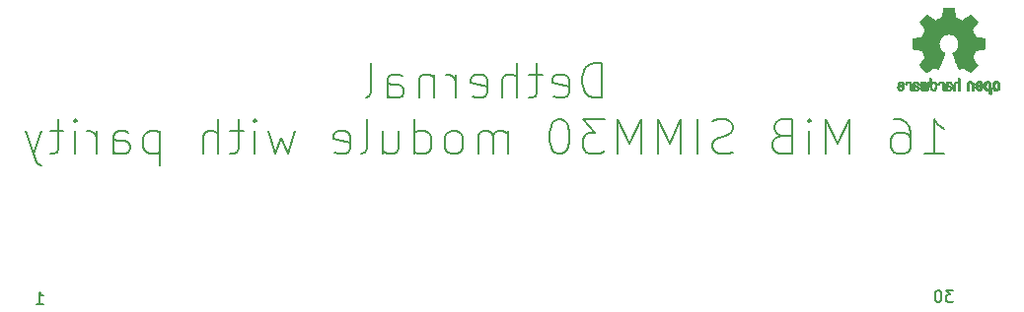
<source format=gbr>
%TF.GenerationSoftware,KiCad,Pcbnew,6.0.0+dfsg1-2*%
%TF.CreationDate,2022-02-11T22:49:32+03:00*%
%TF.ProjectId,simm3016,73696d6d-3330-4313-962e-6b696361645f,rev?*%
%TF.SameCoordinates,Original*%
%TF.FileFunction,Legend,Bot*%
%TF.FilePolarity,Positive*%
%FSLAX46Y46*%
G04 Gerber Fmt 4.6, Leading zero omitted, Abs format (unit mm)*
G04 Created by KiCad (PCBNEW 6.0.0+dfsg1-2) date 2022-02-11 22:49:32*
%MOMM*%
%LPD*%
G01*
G04 APERTURE LIST*
%ADD10C,0.150000*%
%ADD11C,0.010000*%
G04 APERTURE END LIST*
D10*
X188970000Y-127992142D02*
X188970000Y-124992142D01*
X188255714Y-124992142D01*
X187827142Y-125135000D01*
X187541428Y-125420714D01*
X187398571Y-125706428D01*
X187255714Y-126277857D01*
X187255714Y-126706428D01*
X187398571Y-127277857D01*
X187541428Y-127563571D01*
X187827142Y-127849285D01*
X188255714Y-127992142D01*
X188970000Y-127992142D01*
X184827142Y-127849285D02*
X185112857Y-127992142D01*
X185684285Y-127992142D01*
X185970000Y-127849285D01*
X186112857Y-127563571D01*
X186112857Y-126420714D01*
X185970000Y-126135000D01*
X185684285Y-125992142D01*
X185112857Y-125992142D01*
X184827142Y-126135000D01*
X184684285Y-126420714D01*
X184684285Y-126706428D01*
X186112857Y-126992142D01*
X183827142Y-125992142D02*
X182684285Y-125992142D01*
X183398571Y-124992142D02*
X183398571Y-127563571D01*
X183255714Y-127849285D01*
X182970000Y-127992142D01*
X182684285Y-127992142D01*
X181684285Y-127992142D02*
X181684285Y-124992142D01*
X180398571Y-127992142D02*
X180398571Y-126420714D01*
X180541428Y-126135000D01*
X180827142Y-125992142D01*
X181255714Y-125992142D01*
X181541428Y-126135000D01*
X181684285Y-126277857D01*
X177827142Y-127849285D02*
X178112857Y-127992142D01*
X178684285Y-127992142D01*
X178970000Y-127849285D01*
X179112857Y-127563571D01*
X179112857Y-126420714D01*
X178970000Y-126135000D01*
X178684285Y-125992142D01*
X178112857Y-125992142D01*
X177827142Y-126135000D01*
X177684285Y-126420714D01*
X177684285Y-126706428D01*
X179112857Y-126992142D01*
X176398571Y-127992142D02*
X176398571Y-125992142D01*
X176398571Y-126563571D02*
X176255714Y-126277857D01*
X176112857Y-126135000D01*
X175827142Y-125992142D01*
X175541428Y-125992142D01*
X174541428Y-125992142D02*
X174541428Y-127992142D01*
X174541428Y-126277857D02*
X174398571Y-126135000D01*
X174112857Y-125992142D01*
X173684285Y-125992142D01*
X173398571Y-126135000D01*
X173255714Y-126420714D01*
X173255714Y-127992142D01*
X170541428Y-127992142D02*
X170541428Y-126420714D01*
X170684285Y-126135000D01*
X170970000Y-125992142D01*
X171541428Y-125992142D01*
X171827142Y-126135000D01*
X170541428Y-127849285D02*
X170827142Y-127992142D01*
X171541428Y-127992142D01*
X171827142Y-127849285D01*
X171970000Y-127563571D01*
X171970000Y-127277857D01*
X171827142Y-126992142D01*
X171541428Y-126849285D01*
X170827142Y-126849285D01*
X170541428Y-126706428D01*
X168684285Y-127992142D02*
X168970000Y-127849285D01*
X169112857Y-127563571D01*
X169112857Y-124992142D01*
X216612857Y-132822142D02*
X218327142Y-132822142D01*
X217470000Y-132822142D02*
X217470000Y-129822142D01*
X217755714Y-130250714D01*
X218041428Y-130536428D01*
X218327142Y-130679285D01*
X214041428Y-129822142D02*
X214612857Y-129822142D01*
X214898571Y-129965000D01*
X215041428Y-130107857D01*
X215327142Y-130536428D01*
X215470000Y-131107857D01*
X215470000Y-132250714D01*
X215327142Y-132536428D01*
X215184285Y-132679285D01*
X214898571Y-132822142D01*
X214327142Y-132822142D01*
X214041428Y-132679285D01*
X213898571Y-132536428D01*
X213755714Y-132250714D01*
X213755714Y-131536428D01*
X213898571Y-131250714D01*
X214041428Y-131107857D01*
X214327142Y-130965000D01*
X214898571Y-130965000D01*
X215184285Y-131107857D01*
X215327142Y-131250714D01*
X215470000Y-131536428D01*
X210184285Y-132822142D02*
X210184285Y-129822142D01*
X209184285Y-131965000D01*
X208184285Y-129822142D01*
X208184285Y-132822142D01*
X206755714Y-132822142D02*
X206755714Y-130822142D01*
X206755714Y-129822142D02*
X206898571Y-129965000D01*
X206755714Y-130107857D01*
X206612857Y-129965000D01*
X206755714Y-129822142D01*
X206755714Y-130107857D01*
X204327142Y-131250714D02*
X203898571Y-131393571D01*
X203755714Y-131536428D01*
X203612857Y-131822142D01*
X203612857Y-132250714D01*
X203755714Y-132536428D01*
X203898571Y-132679285D01*
X204184285Y-132822142D01*
X205327142Y-132822142D01*
X205327142Y-129822142D01*
X204327142Y-129822142D01*
X204041428Y-129965000D01*
X203898571Y-130107857D01*
X203755714Y-130393571D01*
X203755714Y-130679285D01*
X203898571Y-130965000D01*
X204041428Y-131107857D01*
X204327142Y-131250714D01*
X205327142Y-131250714D01*
X200184285Y-132679285D02*
X199755714Y-132822142D01*
X199041428Y-132822142D01*
X198755714Y-132679285D01*
X198612857Y-132536428D01*
X198470000Y-132250714D01*
X198470000Y-131965000D01*
X198612857Y-131679285D01*
X198755714Y-131536428D01*
X199041428Y-131393571D01*
X199612857Y-131250714D01*
X199898571Y-131107857D01*
X200041428Y-130965000D01*
X200184285Y-130679285D01*
X200184285Y-130393571D01*
X200041428Y-130107857D01*
X199898571Y-129965000D01*
X199612857Y-129822142D01*
X198898571Y-129822142D01*
X198470000Y-129965000D01*
X197184285Y-132822142D02*
X197184285Y-129822142D01*
X195755714Y-132822142D02*
X195755714Y-129822142D01*
X194755714Y-131965000D01*
X193755714Y-129822142D01*
X193755714Y-132822142D01*
X192327142Y-132822142D02*
X192327142Y-129822142D01*
X191327142Y-131965000D01*
X190327142Y-129822142D01*
X190327142Y-132822142D01*
X189184285Y-129822142D02*
X187327142Y-129822142D01*
X188327142Y-130965000D01*
X187898571Y-130965000D01*
X187612857Y-131107857D01*
X187470000Y-131250714D01*
X187327142Y-131536428D01*
X187327142Y-132250714D01*
X187470000Y-132536428D01*
X187612857Y-132679285D01*
X187898571Y-132822142D01*
X188755714Y-132822142D01*
X189041428Y-132679285D01*
X189184285Y-132536428D01*
X185470000Y-129822142D02*
X185184285Y-129822142D01*
X184898571Y-129965000D01*
X184755714Y-130107857D01*
X184612857Y-130393571D01*
X184470000Y-130965000D01*
X184470000Y-131679285D01*
X184612857Y-132250714D01*
X184755714Y-132536428D01*
X184898571Y-132679285D01*
X185184285Y-132822142D01*
X185470000Y-132822142D01*
X185755714Y-132679285D01*
X185898571Y-132536428D01*
X186041428Y-132250714D01*
X186184285Y-131679285D01*
X186184285Y-130965000D01*
X186041428Y-130393571D01*
X185898571Y-130107857D01*
X185755714Y-129965000D01*
X185470000Y-129822142D01*
X180898571Y-132822142D02*
X180898571Y-130822142D01*
X180898571Y-131107857D02*
X180755714Y-130965000D01*
X180470000Y-130822142D01*
X180041428Y-130822142D01*
X179755714Y-130965000D01*
X179612857Y-131250714D01*
X179612857Y-132822142D01*
X179612857Y-131250714D02*
X179470000Y-130965000D01*
X179184285Y-130822142D01*
X178755714Y-130822142D01*
X178470000Y-130965000D01*
X178327142Y-131250714D01*
X178327142Y-132822142D01*
X176470000Y-132822142D02*
X176755714Y-132679285D01*
X176898571Y-132536428D01*
X177041428Y-132250714D01*
X177041428Y-131393571D01*
X176898571Y-131107857D01*
X176755714Y-130965000D01*
X176470000Y-130822142D01*
X176041428Y-130822142D01*
X175755714Y-130965000D01*
X175612857Y-131107857D01*
X175470000Y-131393571D01*
X175470000Y-132250714D01*
X175612857Y-132536428D01*
X175755714Y-132679285D01*
X176041428Y-132822142D01*
X176470000Y-132822142D01*
X172898571Y-132822142D02*
X172898571Y-129822142D01*
X172898571Y-132679285D02*
X173184285Y-132822142D01*
X173755714Y-132822142D01*
X174041428Y-132679285D01*
X174184285Y-132536428D01*
X174327142Y-132250714D01*
X174327142Y-131393571D01*
X174184285Y-131107857D01*
X174041428Y-130965000D01*
X173755714Y-130822142D01*
X173184285Y-130822142D01*
X172898571Y-130965000D01*
X170184285Y-130822142D02*
X170184285Y-132822142D01*
X171470000Y-130822142D02*
X171470000Y-132393571D01*
X171327142Y-132679285D01*
X171041428Y-132822142D01*
X170612857Y-132822142D01*
X170327142Y-132679285D01*
X170184285Y-132536428D01*
X168327142Y-132822142D02*
X168612857Y-132679285D01*
X168755714Y-132393571D01*
X168755714Y-129822142D01*
X166041428Y-132679285D02*
X166327142Y-132822142D01*
X166898571Y-132822142D01*
X167184285Y-132679285D01*
X167327142Y-132393571D01*
X167327142Y-131250714D01*
X167184285Y-130965000D01*
X166898571Y-130822142D01*
X166327142Y-130822142D01*
X166041428Y-130965000D01*
X165898571Y-131250714D01*
X165898571Y-131536428D01*
X167327142Y-131822142D01*
X162612857Y-130822142D02*
X162041428Y-132822142D01*
X161470000Y-131393571D01*
X160898571Y-132822142D01*
X160327142Y-130822142D01*
X159184285Y-132822142D02*
X159184285Y-130822142D01*
X159184285Y-129822142D02*
X159327142Y-129965000D01*
X159184285Y-130107857D01*
X159041428Y-129965000D01*
X159184285Y-129822142D01*
X159184285Y-130107857D01*
X158184285Y-130822142D02*
X157041428Y-130822142D01*
X157755714Y-129822142D02*
X157755714Y-132393571D01*
X157612857Y-132679285D01*
X157327142Y-132822142D01*
X157041428Y-132822142D01*
X156041428Y-132822142D02*
X156041428Y-129822142D01*
X154755714Y-132822142D02*
X154755714Y-131250714D01*
X154898571Y-130965000D01*
X155184285Y-130822142D01*
X155612857Y-130822142D01*
X155898571Y-130965000D01*
X156041428Y-131107857D01*
X151041428Y-130822142D02*
X151041428Y-133822142D01*
X151041428Y-130965000D02*
X150755714Y-130822142D01*
X150184285Y-130822142D01*
X149898571Y-130965000D01*
X149755714Y-131107857D01*
X149612857Y-131393571D01*
X149612857Y-132250714D01*
X149755714Y-132536428D01*
X149898571Y-132679285D01*
X150184285Y-132822142D01*
X150755714Y-132822142D01*
X151041428Y-132679285D01*
X147041428Y-132822142D02*
X147041428Y-131250714D01*
X147184285Y-130965000D01*
X147470000Y-130822142D01*
X148041428Y-130822142D01*
X148327142Y-130965000D01*
X147041428Y-132679285D02*
X147327142Y-132822142D01*
X148041428Y-132822142D01*
X148327142Y-132679285D01*
X148470000Y-132393571D01*
X148470000Y-132107857D01*
X148327142Y-131822142D01*
X148041428Y-131679285D01*
X147327142Y-131679285D01*
X147041428Y-131536428D01*
X145612857Y-132822142D02*
X145612857Y-130822142D01*
X145612857Y-131393571D02*
X145470000Y-131107857D01*
X145327142Y-130965000D01*
X145041428Y-130822142D01*
X144755714Y-130822142D01*
X143755714Y-132822142D02*
X143755714Y-130822142D01*
X143755714Y-129822142D02*
X143898571Y-129965000D01*
X143755714Y-130107857D01*
X143612857Y-129965000D01*
X143755714Y-129822142D01*
X143755714Y-130107857D01*
X142755714Y-130822142D02*
X141612857Y-130822142D01*
X142327142Y-129822142D02*
X142327142Y-132393571D01*
X142184285Y-132679285D01*
X141898571Y-132822142D01*
X141612857Y-132822142D01*
X140898571Y-130822142D02*
X140184285Y-132822142D01*
X139470000Y-130822142D02*
X140184285Y-132822142D01*
X140470000Y-133536428D01*
X140612857Y-133679285D01*
X140898571Y-133822142D01*
X140414285Y-145702380D02*
X140985714Y-145702380D01*
X140700000Y-145702380D02*
X140700000Y-144702380D01*
X140795238Y-144845238D01*
X140890476Y-144940476D01*
X140985714Y-144988095D01*
X219109523Y-144552380D02*
X218490476Y-144552380D01*
X218823809Y-144933333D01*
X218680952Y-144933333D01*
X218585714Y-144980952D01*
X218538095Y-145028571D01*
X218490476Y-145123809D01*
X218490476Y-145361904D01*
X218538095Y-145457142D01*
X218585714Y-145504761D01*
X218680952Y-145552380D01*
X218966666Y-145552380D01*
X219061904Y-145504761D01*
X219109523Y-145457142D01*
X217871428Y-144552380D02*
X217776190Y-144552380D01*
X217680952Y-144600000D01*
X217633333Y-144647619D01*
X217585714Y-144742857D01*
X217538095Y-144933333D01*
X217538095Y-145171428D01*
X217585714Y-145361904D01*
X217633333Y-145457142D01*
X217680952Y-145504761D01*
X217776190Y-145552380D01*
X217871428Y-145552380D01*
X217966666Y-145504761D01*
X218014285Y-145457142D01*
X218061904Y-145361904D01*
X218109523Y-145171428D01*
X218109523Y-144933333D01*
X218061904Y-144742857D01*
X218014285Y-144647619D01*
X217966666Y-144600000D01*
X217871428Y-144552380D01*
D11*
%TO.C,LOGO1*%
X218646499Y-126576303D02*
X218569940Y-126604733D01*
X218569940Y-126604733D02*
X218569064Y-126605279D01*
X218569064Y-126605279D02*
X218521715Y-126640127D01*
X218521715Y-126640127D02*
X218486759Y-126680852D01*
X218486759Y-126680852D02*
X218462175Y-126733925D01*
X218462175Y-126733925D02*
X218445938Y-126805814D01*
X218445938Y-126805814D02*
X218436025Y-126902992D01*
X218436025Y-126902992D02*
X218430414Y-127031928D01*
X218430414Y-127031928D02*
X218429923Y-127050298D01*
X218429923Y-127050298D02*
X218422859Y-127327287D01*
X218422859Y-127327287D02*
X218482305Y-127358028D01*
X218482305Y-127358028D02*
X218525319Y-127378802D01*
X218525319Y-127378802D02*
X218551290Y-127388646D01*
X218551290Y-127388646D02*
X218552491Y-127388769D01*
X218552491Y-127388769D02*
X218556986Y-127370606D01*
X218556986Y-127370606D02*
X218560556Y-127321612D01*
X218560556Y-127321612D02*
X218562752Y-127250031D01*
X218562752Y-127250031D02*
X218563231Y-127192068D01*
X218563231Y-127192068D02*
X218563242Y-127098170D01*
X218563242Y-127098170D02*
X218567534Y-127039203D01*
X218567534Y-127039203D02*
X218582497Y-127011079D01*
X218582497Y-127011079D02*
X218614518Y-127009706D01*
X218614518Y-127009706D02*
X218669986Y-127030998D01*
X218669986Y-127030998D02*
X218753731Y-127070136D01*
X218753731Y-127070136D02*
X218815311Y-127102643D01*
X218815311Y-127102643D02*
X218846983Y-127130845D01*
X218846983Y-127130845D02*
X218856294Y-127161582D01*
X218856294Y-127161582D02*
X218856308Y-127163104D01*
X218856308Y-127163104D02*
X218840943Y-127216054D01*
X218840943Y-127216054D02*
X218795453Y-127244660D01*
X218795453Y-127244660D02*
X218725834Y-127248803D01*
X218725834Y-127248803D02*
X218675687Y-127248084D01*
X218675687Y-127248084D02*
X218649246Y-127262527D01*
X218649246Y-127262527D02*
X218632757Y-127297218D01*
X218632757Y-127297218D02*
X218623267Y-127341416D01*
X218623267Y-127341416D02*
X218636943Y-127366493D01*
X218636943Y-127366493D02*
X218642093Y-127370082D01*
X218642093Y-127370082D02*
X218690575Y-127384496D01*
X218690575Y-127384496D02*
X218758469Y-127386537D01*
X218758469Y-127386537D02*
X218828388Y-127376983D01*
X218828388Y-127376983D02*
X218877932Y-127359522D01*
X218877932Y-127359522D02*
X218946430Y-127301364D01*
X218946430Y-127301364D02*
X218985366Y-127220408D01*
X218985366Y-127220408D02*
X218993077Y-127157160D01*
X218993077Y-127157160D02*
X218987193Y-127100111D01*
X218987193Y-127100111D02*
X218965899Y-127053542D01*
X218965899Y-127053542D02*
X218923735Y-127012181D01*
X218923735Y-127012181D02*
X218855241Y-126970755D01*
X218855241Y-126970755D02*
X218754956Y-126923993D01*
X218754956Y-126923993D02*
X218748846Y-126921350D01*
X218748846Y-126921350D02*
X218658510Y-126879617D01*
X218658510Y-126879617D02*
X218602765Y-126845391D01*
X218602765Y-126845391D02*
X218578871Y-126814635D01*
X218578871Y-126814635D02*
X218584087Y-126783311D01*
X218584087Y-126783311D02*
X218615672Y-126747383D01*
X218615672Y-126747383D02*
X218625117Y-126739116D01*
X218625117Y-126739116D02*
X218688383Y-126707058D01*
X218688383Y-126707058D02*
X218753936Y-126708407D01*
X218753936Y-126708407D02*
X218811028Y-126739838D01*
X218811028Y-126739838D02*
X218848907Y-126798024D01*
X218848907Y-126798024D02*
X218852426Y-126809446D01*
X218852426Y-126809446D02*
X218886700Y-126864837D01*
X218886700Y-126864837D02*
X218930191Y-126891518D01*
X218930191Y-126891518D02*
X218993077Y-126917960D01*
X218993077Y-126917960D02*
X218993077Y-126849548D01*
X218993077Y-126849548D02*
X218973948Y-126750110D01*
X218973948Y-126750110D02*
X218917169Y-126658902D01*
X218917169Y-126658902D02*
X218887622Y-126628389D01*
X218887622Y-126628389D02*
X218820458Y-126589228D01*
X218820458Y-126589228D02*
X218735044Y-126571500D01*
X218735044Y-126571500D02*
X218646499Y-126576303D01*
X218646499Y-126576303D02*
X218646499Y-126576303D01*
G36*
X218820458Y-126589228D02*
G01*
X218887622Y-126628389D01*
X218917169Y-126658902D01*
X218973948Y-126750110D01*
X218993077Y-126849548D01*
X218993077Y-126917960D01*
X218930191Y-126891518D01*
X218886700Y-126864837D01*
X218852426Y-126809446D01*
X218848907Y-126798024D01*
X218811028Y-126739838D01*
X218753936Y-126708407D01*
X218688383Y-126707058D01*
X218625117Y-126739116D01*
X218615672Y-126747383D01*
X218584087Y-126783311D01*
X218578871Y-126814635D01*
X218602765Y-126845391D01*
X218658510Y-126879617D01*
X218748846Y-126921350D01*
X218754956Y-126923993D01*
X218855241Y-126970755D01*
X218923735Y-127012181D01*
X218965899Y-127053542D01*
X218987193Y-127100111D01*
X218993077Y-127157160D01*
X218985366Y-127220408D01*
X218946430Y-127301364D01*
X218877932Y-127359522D01*
X218828388Y-127376983D01*
X218758469Y-127386537D01*
X218690575Y-127384496D01*
X218642093Y-127370082D01*
X218636943Y-127366493D01*
X218623267Y-127341416D01*
X218632757Y-127297218D01*
X218649246Y-127262527D01*
X218675687Y-127248084D01*
X218725834Y-127248803D01*
X218795453Y-127244660D01*
X218840943Y-127216054D01*
X218856308Y-127163104D01*
X218856294Y-127161582D01*
X218846983Y-127130845D01*
X218815311Y-127102643D01*
X218753731Y-127070136D01*
X218669986Y-127030998D01*
X218614518Y-127009706D01*
X218582497Y-127011079D01*
X218567534Y-127039203D01*
X218563242Y-127098170D01*
X218563231Y-127192068D01*
X218562752Y-127250031D01*
X218560556Y-127321612D01*
X218556986Y-127370606D01*
X218552491Y-127388769D01*
X218551290Y-127388646D01*
X218525319Y-127378802D01*
X218482305Y-127358028D01*
X218422859Y-127327287D01*
X218429923Y-127050298D01*
X218430414Y-127031928D01*
X218436025Y-126902992D01*
X218445938Y-126805814D01*
X218462175Y-126733925D01*
X218486759Y-126680852D01*
X218521715Y-126640127D01*
X218569064Y-126605279D01*
X218569940Y-126604733D01*
X218646499Y-126576303D01*
X218735044Y-126571500D01*
X218820458Y-126589228D01*
G37*
X218820458Y-126589228D02*
X218887622Y-126628389D01*
X218917169Y-126658902D01*
X218973948Y-126750110D01*
X218993077Y-126849548D01*
X218993077Y-126917960D01*
X218930191Y-126891518D01*
X218886700Y-126864837D01*
X218852426Y-126809446D01*
X218848907Y-126798024D01*
X218811028Y-126739838D01*
X218753936Y-126708407D01*
X218688383Y-126707058D01*
X218625117Y-126739116D01*
X218615672Y-126747383D01*
X218584087Y-126783311D01*
X218578871Y-126814635D01*
X218602765Y-126845391D01*
X218658510Y-126879617D01*
X218748846Y-126921350D01*
X218754956Y-126923993D01*
X218855241Y-126970755D01*
X218923735Y-127012181D01*
X218965899Y-127053542D01*
X218987193Y-127100111D01*
X218993077Y-127157160D01*
X218985366Y-127220408D01*
X218946430Y-127301364D01*
X218877932Y-127359522D01*
X218828388Y-127376983D01*
X218758469Y-127386537D01*
X218690575Y-127384496D01*
X218642093Y-127370082D01*
X218636943Y-127366493D01*
X218623267Y-127341416D01*
X218632757Y-127297218D01*
X218649246Y-127262527D01*
X218675687Y-127248084D01*
X218725834Y-127248803D01*
X218795453Y-127244660D01*
X218840943Y-127216054D01*
X218856308Y-127163104D01*
X218856294Y-127161582D01*
X218846983Y-127130845D01*
X218815311Y-127102643D01*
X218753731Y-127070136D01*
X218669986Y-127030998D01*
X218614518Y-127009706D01*
X218582497Y-127011079D01*
X218567534Y-127039203D01*
X218563242Y-127098170D01*
X218563231Y-127192068D01*
X218562752Y-127250031D01*
X218560556Y-127321612D01*
X218556986Y-127370606D01*
X218552491Y-127388769D01*
X218551290Y-127388646D01*
X218525319Y-127378802D01*
X218482305Y-127358028D01*
X218422859Y-127327287D01*
X218429923Y-127050298D01*
X218430414Y-127031928D01*
X218436025Y-126902992D01*
X218445938Y-126805814D01*
X218462175Y-126733925D01*
X218486759Y-126680852D01*
X218521715Y-126640127D01*
X218569064Y-126605279D01*
X218569940Y-126604733D01*
X218646499Y-126576303D01*
X218735044Y-126571500D01*
X218820458Y-126589228D01*
X217986638Y-126574670D02*
X217897883Y-126607421D01*
X217897883Y-126607421D02*
X217825978Y-126665350D01*
X217825978Y-126665350D02*
X217797856Y-126706128D01*
X217797856Y-126706128D02*
X217767198Y-126780954D01*
X217767198Y-126780954D02*
X217767835Y-126835058D01*
X217767835Y-126835058D02*
X217800013Y-126871446D01*
X217800013Y-126871446D02*
X217811919Y-126877633D01*
X217811919Y-126877633D02*
X217863325Y-126896925D01*
X217863325Y-126896925D02*
X217889578Y-126891982D01*
X217889578Y-126891982D02*
X217898470Y-126859587D01*
X217898470Y-126859587D02*
X217898923Y-126841692D01*
X217898923Y-126841692D02*
X217915203Y-126775859D01*
X217915203Y-126775859D02*
X217957635Y-126729807D01*
X217957635Y-126729807D02*
X218016612Y-126707564D01*
X218016612Y-126707564D02*
X218082525Y-126713161D01*
X218082525Y-126713161D02*
X218136105Y-126742229D01*
X218136105Y-126742229D02*
X218154202Y-126758810D01*
X218154202Y-126758810D02*
X218167029Y-126778925D01*
X218167029Y-126778925D02*
X218175694Y-126809332D01*
X218175694Y-126809332D02*
X218181304Y-126856788D01*
X218181304Y-126856788D02*
X218184965Y-126928050D01*
X218184965Y-126928050D02*
X218187785Y-127029875D01*
X218187785Y-127029875D02*
X218188516Y-127062115D01*
X218188516Y-127062115D02*
X218191180Y-127172410D01*
X218191180Y-127172410D02*
X218194208Y-127250036D01*
X218194208Y-127250036D02*
X218198750Y-127301396D01*
X218198750Y-127301396D02*
X218205954Y-127332890D01*
X218205954Y-127332890D02*
X218216967Y-127350920D01*
X218216967Y-127350920D02*
X218232940Y-127361888D01*
X218232940Y-127361888D02*
X218243166Y-127366733D01*
X218243166Y-127366733D02*
X218286594Y-127383301D01*
X218286594Y-127383301D02*
X218312158Y-127388769D01*
X218312158Y-127388769D02*
X218320605Y-127370507D01*
X218320605Y-127370507D02*
X218325761Y-127315296D01*
X218325761Y-127315296D02*
X218327654Y-127222499D01*
X218327654Y-127222499D02*
X218326311Y-127091478D01*
X218326311Y-127091478D02*
X218325893Y-127071269D01*
X218325893Y-127071269D02*
X218322942Y-126951733D01*
X218322942Y-126951733D02*
X218319452Y-126864449D01*
X218319452Y-126864449D02*
X218314486Y-126802591D01*
X218314486Y-126802591D02*
X218307107Y-126759336D01*
X218307107Y-126759336D02*
X218296376Y-126727860D01*
X218296376Y-126727860D02*
X218281355Y-126701339D01*
X218281355Y-126701339D02*
X218273498Y-126689975D01*
X218273498Y-126689975D02*
X218228447Y-126639692D01*
X218228447Y-126639692D02*
X218178060Y-126600581D01*
X218178060Y-126600581D02*
X218171892Y-126597167D01*
X218171892Y-126597167D02*
X218081542Y-126570212D01*
X218081542Y-126570212D02*
X217986638Y-126574670D01*
X217986638Y-126574670D02*
X217986638Y-126574670D01*
G36*
X218171892Y-126597167D02*
G01*
X218178060Y-126600581D01*
X218228447Y-126639692D01*
X218273498Y-126689975D01*
X218281355Y-126701339D01*
X218296376Y-126727860D01*
X218307107Y-126759336D01*
X218314486Y-126802591D01*
X218319452Y-126864449D01*
X218322942Y-126951733D01*
X218325893Y-127071269D01*
X218326311Y-127091478D01*
X218327654Y-127222499D01*
X218325761Y-127315296D01*
X218320605Y-127370507D01*
X218312158Y-127388769D01*
X218286594Y-127383301D01*
X218243166Y-127366733D01*
X218232940Y-127361888D01*
X218216967Y-127350920D01*
X218205954Y-127332890D01*
X218198750Y-127301396D01*
X218194208Y-127250036D01*
X218191180Y-127172410D01*
X218188516Y-127062115D01*
X218187785Y-127029875D01*
X218184965Y-126928050D01*
X218181304Y-126856788D01*
X218175694Y-126809332D01*
X218167029Y-126778925D01*
X218154202Y-126758810D01*
X218136105Y-126742229D01*
X218082525Y-126713161D01*
X218016612Y-126707564D01*
X217957635Y-126729807D01*
X217915203Y-126775859D01*
X217898923Y-126841692D01*
X217898470Y-126859587D01*
X217889578Y-126891982D01*
X217863325Y-126896925D01*
X217811919Y-126877633D01*
X217800013Y-126871446D01*
X217767835Y-126835058D01*
X217767198Y-126780954D01*
X217797856Y-126706128D01*
X217825978Y-126665350D01*
X217897883Y-126607421D01*
X217986638Y-126574670D01*
X218081542Y-126570212D01*
X218171892Y-126597167D01*
G37*
X218171892Y-126597167D02*
X218178060Y-126600581D01*
X218228447Y-126639692D01*
X218273498Y-126689975D01*
X218281355Y-126701339D01*
X218296376Y-126727860D01*
X218307107Y-126759336D01*
X218314486Y-126802591D01*
X218319452Y-126864449D01*
X218322942Y-126951733D01*
X218325893Y-127071269D01*
X218326311Y-127091478D01*
X218327654Y-127222499D01*
X218325761Y-127315296D01*
X218320605Y-127370507D01*
X218312158Y-127388769D01*
X218286594Y-127383301D01*
X218243166Y-127366733D01*
X218232940Y-127361888D01*
X218216967Y-127350920D01*
X218205954Y-127332890D01*
X218198750Y-127301396D01*
X218194208Y-127250036D01*
X218191180Y-127172410D01*
X218188516Y-127062115D01*
X218187785Y-127029875D01*
X218184965Y-126928050D01*
X218181304Y-126856788D01*
X218175694Y-126809332D01*
X218167029Y-126778925D01*
X218154202Y-126758810D01*
X218136105Y-126742229D01*
X218082525Y-126713161D01*
X218016612Y-126707564D01*
X217957635Y-126729807D01*
X217915203Y-126775859D01*
X217898923Y-126841692D01*
X217898470Y-126859587D01*
X217889578Y-126891982D01*
X217863325Y-126896925D01*
X217811919Y-126877633D01*
X217800013Y-126871446D01*
X217767835Y-126835058D01*
X217767198Y-126780954D01*
X217797856Y-126706128D01*
X217825978Y-126665350D01*
X217897883Y-126607421D01*
X217986638Y-126574670D01*
X218081542Y-126570212D01*
X218171892Y-126597167D01*
X215129193Y-126586782D02*
X215105839Y-126596988D01*
X215105839Y-126596988D02*
X215050098Y-126641134D01*
X215050098Y-126641134D02*
X215002431Y-126704967D01*
X215002431Y-126704967D02*
X214972952Y-126773087D01*
X214972952Y-126773087D02*
X214968154Y-126806670D01*
X214968154Y-126806670D02*
X214984240Y-126853556D01*
X214984240Y-126853556D02*
X215019525Y-126878365D01*
X215019525Y-126878365D02*
X215057356Y-126893387D01*
X215057356Y-126893387D02*
X215074679Y-126896155D01*
X215074679Y-126896155D02*
X215083114Y-126876066D01*
X215083114Y-126876066D02*
X215099770Y-126832351D01*
X215099770Y-126832351D02*
X215107077Y-126812598D01*
X215107077Y-126812598D02*
X215148052Y-126744271D01*
X215148052Y-126744271D02*
X215207378Y-126710191D01*
X215207378Y-126710191D02*
X215283448Y-126711239D01*
X215283448Y-126711239D02*
X215289082Y-126712581D01*
X215289082Y-126712581D02*
X215329695Y-126731836D01*
X215329695Y-126731836D02*
X215359552Y-126769375D01*
X215359552Y-126769375D02*
X215379945Y-126829809D01*
X215379945Y-126829809D02*
X215392164Y-126917751D01*
X215392164Y-126917751D02*
X215397500Y-127037813D01*
X215397500Y-127037813D02*
X215398000Y-127101698D01*
X215398000Y-127101698D02*
X215398248Y-127202403D01*
X215398248Y-127202403D02*
X215399874Y-127271054D01*
X215399874Y-127271054D02*
X215404199Y-127314673D01*
X215404199Y-127314673D02*
X215412546Y-127340282D01*
X215412546Y-127340282D02*
X215426235Y-127354903D01*
X215426235Y-127354903D02*
X215446589Y-127365558D01*
X215446589Y-127365558D02*
X215447766Y-127366095D01*
X215447766Y-127366095D02*
X215486962Y-127382667D01*
X215486962Y-127382667D02*
X215506381Y-127388769D01*
X215506381Y-127388769D02*
X215509365Y-127370319D01*
X215509365Y-127370319D02*
X215511919Y-127319323D01*
X215511919Y-127319323D02*
X215513860Y-127242308D01*
X215513860Y-127242308D02*
X215515003Y-127145805D01*
X215515003Y-127145805D02*
X215515231Y-127075184D01*
X215515231Y-127075184D02*
X215514068Y-126938525D01*
X215514068Y-126938525D02*
X215509521Y-126834851D01*
X215509521Y-126834851D02*
X215500001Y-126758108D01*
X215500001Y-126758108D02*
X215483919Y-126702246D01*
X215483919Y-126702246D02*
X215459687Y-126661212D01*
X215459687Y-126661212D02*
X215425714Y-126628954D01*
X215425714Y-126628954D02*
X215392167Y-126606440D01*
X215392167Y-126606440D02*
X215311501Y-126576476D01*
X215311501Y-126576476D02*
X215217619Y-126569718D01*
X215217619Y-126569718D02*
X215129193Y-126586782D01*
X215129193Y-126586782D02*
X215129193Y-126586782D01*
G36*
X215311501Y-126576476D02*
G01*
X215392167Y-126606440D01*
X215425714Y-126628954D01*
X215459687Y-126661212D01*
X215483919Y-126702246D01*
X215500001Y-126758108D01*
X215509521Y-126834851D01*
X215514068Y-126938525D01*
X215515231Y-127075184D01*
X215515003Y-127145805D01*
X215513860Y-127242308D01*
X215511919Y-127319323D01*
X215509365Y-127370319D01*
X215506381Y-127388769D01*
X215486962Y-127382667D01*
X215447766Y-127366095D01*
X215446589Y-127365558D01*
X215426235Y-127354903D01*
X215412546Y-127340282D01*
X215404199Y-127314673D01*
X215399874Y-127271054D01*
X215398248Y-127202403D01*
X215398000Y-127101698D01*
X215397500Y-127037813D01*
X215392164Y-126917751D01*
X215379945Y-126829809D01*
X215359552Y-126769375D01*
X215329695Y-126731836D01*
X215289082Y-126712581D01*
X215283448Y-126711239D01*
X215207378Y-126710191D01*
X215148052Y-126744271D01*
X215107077Y-126812598D01*
X215099770Y-126832351D01*
X215083114Y-126876066D01*
X215074679Y-126896155D01*
X215057356Y-126893387D01*
X215019525Y-126878365D01*
X214984240Y-126853556D01*
X214968154Y-126806670D01*
X214972952Y-126773087D01*
X215002431Y-126704967D01*
X215050098Y-126641134D01*
X215105839Y-126596988D01*
X215129193Y-126586782D01*
X215217619Y-126569718D01*
X215311501Y-126576476D01*
G37*
X215311501Y-126576476D02*
X215392167Y-126606440D01*
X215425714Y-126628954D01*
X215459687Y-126661212D01*
X215483919Y-126702246D01*
X215500001Y-126758108D01*
X215509521Y-126834851D01*
X215514068Y-126938525D01*
X215515231Y-127075184D01*
X215515003Y-127145805D01*
X215513860Y-127242308D01*
X215511919Y-127319323D01*
X215509365Y-127370319D01*
X215506381Y-127388769D01*
X215486962Y-127382667D01*
X215447766Y-127366095D01*
X215446589Y-127365558D01*
X215426235Y-127354903D01*
X215412546Y-127340282D01*
X215404199Y-127314673D01*
X215399874Y-127271054D01*
X215398248Y-127202403D01*
X215398000Y-127101698D01*
X215397500Y-127037813D01*
X215392164Y-126917751D01*
X215379945Y-126829809D01*
X215359552Y-126769375D01*
X215329695Y-126731836D01*
X215289082Y-126712581D01*
X215283448Y-126711239D01*
X215207378Y-126710191D01*
X215148052Y-126744271D01*
X215107077Y-126812598D01*
X215099770Y-126832351D01*
X215083114Y-126876066D01*
X215074679Y-126896155D01*
X215057356Y-126893387D01*
X215019525Y-126878365D01*
X214984240Y-126853556D01*
X214968154Y-126806670D01*
X214972952Y-126773087D01*
X215002431Y-126704967D01*
X215050098Y-126641134D01*
X215105839Y-126596988D01*
X215129193Y-126586782D01*
X215217619Y-126569718D01*
X215311501Y-126576476D01*
X215812667Y-126583528D02*
X215756410Y-126609117D01*
X215756410Y-126609117D02*
X215712253Y-126640124D01*
X215712253Y-126640124D02*
X215679899Y-126674795D01*
X215679899Y-126674795D02*
X215657562Y-126719520D01*
X215657562Y-126719520D02*
X215643454Y-126780692D01*
X215643454Y-126780692D02*
X215635789Y-126864701D01*
X215635789Y-126864701D02*
X215632780Y-126977940D01*
X215632780Y-126977940D02*
X215632462Y-127052509D01*
X215632462Y-127052509D02*
X215632462Y-127343420D01*
X215632462Y-127343420D02*
X215682227Y-127366095D01*
X215682227Y-127366095D02*
X215721424Y-127382667D01*
X215721424Y-127382667D02*
X215740843Y-127388769D01*
X215740843Y-127388769D02*
X215744558Y-127370610D01*
X215744558Y-127370610D02*
X215747505Y-127321648D01*
X215747505Y-127321648D02*
X215749309Y-127250153D01*
X215749309Y-127250153D02*
X215749692Y-127193385D01*
X215749692Y-127193385D02*
X215751339Y-127111371D01*
X215751339Y-127111371D02*
X215755778Y-127046309D01*
X215755778Y-127046309D02*
X215762260Y-127006467D01*
X215762260Y-127006467D02*
X215767410Y-126998000D01*
X215767410Y-126998000D02*
X215802023Y-127006646D01*
X215802023Y-127006646D02*
X215856360Y-127028823D01*
X215856360Y-127028823D02*
X215919278Y-127058886D01*
X215919278Y-127058886D02*
X215979632Y-127091192D01*
X215979632Y-127091192D02*
X216026279Y-127120098D01*
X216026279Y-127120098D02*
X216048074Y-127139961D01*
X216048074Y-127139961D02*
X216048161Y-127140175D01*
X216048161Y-127140175D02*
X216046286Y-127176935D01*
X216046286Y-127176935D02*
X216029475Y-127212026D01*
X216029475Y-127212026D02*
X215999961Y-127240528D01*
X215999961Y-127240528D02*
X215956884Y-127250061D01*
X215956884Y-127250061D02*
X215920068Y-127248950D01*
X215920068Y-127248950D02*
X215867926Y-127248133D01*
X215867926Y-127248133D02*
X215840556Y-127260349D01*
X215840556Y-127260349D02*
X215824118Y-127292624D01*
X215824118Y-127292624D02*
X215822045Y-127298710D01*
X215822045Y-127298710D02*
X215814919Y-127344739D01*
X215814919Y-127344739D02*
X215833976Y-127372687D01*
X215833976Y-127372687D02*
X215883647Y-127386007D01*
X215883647Y-127386007D02*
X215937303Y-127388470D01*
X215937303Y-127388470D02*
X216033858Y-127370210D01*
X216033858Y-127370210D02*
X216083841Y-127344131D01*
X216083841Y-127344131D02*
X216145571Y-127282868D01*
X216145571Y-127282868D02*
X216178310Y-127207670D01*
X216178310Y-127207670D02*
X216181247Y-127128211D01*
X216181247Y-127128211D02*
X216153576Y-127054167D01*
X216153576Y-127054167D02*
X216111953Y-127007769D01*
X216111953Y-127007769D02*
X216070396Y-126981793D01*
X216070396Y-126981793D02*
X216005078Y-126948907D01*
X216005078Y-126948907D02*
X215928962Y-126915557D01*
X215928962Y-126915557D02*
X215916274Y-126910461D01*
X215916274Y-126910461D02*
X215832667Y-126873565D01*
X215832667Y-126873565D02*
X215784470Y-126841046D01*
X215784470Y-126841046D02*
X215768970Y-126808718D01*
X215768970Y-126808718D02*
X215783450Y-126772394D01*
X215783450Y-126772394D02*
X215808308Y-126744000D01*
X215808308Y-126744000D02*
X215867061Y-126709039D01*
X215867061Y-126709039D02*
X215931707Y-126706417D01*
X215931707Y-126706417D02*
X215990992Y-126733358D01*
X215990992Y-126733358D02*
X216033661Y-126787088D01*
X216033661Y-126787088D02*
X216039261Y-126800950D01*
X216039261Y-126800950D02*
X216071867Y-126851936D01*
X216071867Y-126851936D02*
X216119470Y-126889787D01*
X216119470Y-126889787D02*
X216179539Y-126920850D01*
X216179539Y-126920850D02*
X216179539Y-126832768D01*
X216179539Y-126832768D02*
X216176003Y-126778951D01*
X216176003Y-126778951D02*
X216160844Y-126736534D01*
X216160844Y-126736534D02*
X216127232Y-126691279D01*
X216127232Y-126691279D02*
X216094965Y-126656420D01*
X216094965Y-126656420D02*
X216044791Y-126607062D01*
X216044791Y-126607062D02*
X216005807Y-126580547D01*
X216005807Y-126580547D02*
X215963936Y-126569911D01*
X215963936Y-126569911D02*
X215916540Y-126568154D01*
X215916540Y-126568154D02*
X215812667Y-126583528D01*
X215812667Y-126583528D02*
X215812667Y-126583528D01*
G36*
X215963936Y-126569911D02*
G01*
X216005807Y-126580547D01*
X216044791Y-126607062D01*
X216094965Y-126656420D01*
X216127232Y-126691279D01*
X216160844Y-126736534D01*
X216176003Y-126778951D01*
X216179539Y-126832768D01*
X216179539Y-126920850D01*
X216119470Y-126889787D01*
X216071867Y-126851936D01*
X216039261Y-126800950D01*
X216033661Y-126787088D01*
X215990992Y-126733358D01*
X215931707Y-126706417D01*
X215867061Y-126709039D01*
X215808308Y-126744000D01*
X215783450Y-126772394D01*
X215768970Y-126808718D01*
X215784470Y-126841046D01*
X215832667Y-126873565D01*
X215916274Y-126910461D01*
X215928962Y-126915557D01*
X216005078Y-126948907D01*
X216070396Y-126981793D01*
X216111953Y-127007769D01*
X216153576Y-127054167D01*
X216181247Y-127128211D01*
X216178310Y-127207670D01*
X216145571Y-127282868D01*
X216083841Y-127344131D01*
X216033858Y-127370210D01*
X215937303Y-127388470D01*
X215883647Y-127386007D01*
X215833976Y-127372687D01*
X215814919Y-127344739D01*
X215822045Y-127298710D01*
X215824118Y-127292624D01*
X215840556Y-127260349D01*
X215867926Y-127248133D01*
X215920068Y-127248950D01*
X215956884Y-127250061D01*
X215999961Y-127240528D01*
X216029475Y-127212026D01*
X216046286Y-127176935D01*
X216048161Y-127140175D01*
X216048074Y-127139961D01*
X216026279Y-127120098D01*
X215979632Y-127091192D01*
X215919278Y-127058886D01*
X215856360Y-127028823D01*
X215802023Y-127006646D01*
X215767410Y-126998000D01*
X215762260Y-127006467D01*
X215755778Y-127046309D01*
X215751339Y-127111371D01*
X215749692Y-127193385D01*
X215749309Y-127250153D01*
X215747505Y-127321648D01*
X215744558Y-127370610D01*
X215740843Y-127388769D01*
X215721424Y-127382667D01*
X215682227Y-127366095D01*
X215632462Y-127343420D01*
X215632462Y-127052509D01*
X215632780Y-126977940D01*
X215635789Y-126864701D01*
X215643454Y-126780692D01*
X215657562Y-126719520D01*
X215679899Y-126674795D01*
X215712253Y-126640124D01*
X215756410Y-126609117D01*
X215812667Y-126583528D01*
X215916540Y-126568154D01*
X215963936Y-126569911D01*
G37*
X215963936Y-126569911D02*
X216005807Y-126580547D01*
X216044791Y-126607062D01*
X216094965Y-126656420D01*
X216127232Y-126691279D01*
X216160844Y-126736534D01*
X216176003Y-126778951D01*
X216179539Y-126832768D01*
X216179539Y-126920850D01*
X216119470Y-126889787D01*
X216071867Y-126851936D01*
X216039261Y-126800950D01*
X216033661Y-126787088D01*
X215990992Y-126733358D01*
X215931707Y-126706417D01*
X215867061Y-126709039D01*
X215808308Y-126744000D01*
X215783450Y-126772394D01*
X215768970Y-126808718D01*
X215784470Y-126841046D01*
X215832667Y-126873565D01*
X215916274Y-126910461D01*
X215928962Y-126915557D01*
X216005078Y-126948907D01*
X216070396Y-126981793D01*
X216111953Y-127007769D01*
X216153576Y-127054167D01*
X216181247Y-127128211D01*
X216178310Y-127207670D01*
X216145571Y-127282868D01*
X216083841Y-127344131D01*
X216033858Y-127370210D01*
X215937303Y-127388470D01*
X215883647Y-127386007D01*
X215833976Y-127372687D01*
X215814919Y-127344739D01*
X215822045Y-127298710D01*
X215824118Y-127292624D01*
X215840556Y-127260349D01*
X215867926Y-127248133D01*
X215920068Y-127248950D01*
X215956884Y-127250061D01*
X215999961Y-127240528D01*
X216029475Y-127212026D01*
X216046286Y-127176935D01*
X216048161Y-127140175D01*
X216048074Y-127139961D01*
X216026279Y-127120098D01*
X215979632Y-127091192D01*
X215919278Y-127058886D01*
X215856360Y-127028823D01*
X215802023Y-127006646D01*
X215767410Y-126998000D01*
X215762260Y-127006467D01*
X215755778Y-127046309D01*
X215751339Y-127111371D01*
X215749692Y-127193385D01*
X215749309Y-127250153D01*
X215747505Y-127321648D01*
X215744558Y-127370610D01*
X215740843Y-127388769D01*
X215721424Y-127382667D01*
X215682227Y-127366095D01*
X215632462Y-127343420D01*
X215632462Y-127052509D01*
X215632780Y-126977940D01*
X215635789Y-126864701D01*
X215643454Y-126780692D01*
X215657562Y-126719520D01*
X215679899Y-126674795D01*
X215712253Y-126640124D01*
X215756410Y-126609117D01*
X215812667Y-126583528D01*
X215916540Y-126568154D01*
X215963936Y-126569911D01*
X221931114Y-126534505D02*
X221856461Y-126571727D01*
X221856461Y-126571727D02*
X221790569Y-126640261D01*
X221790569Y-126640261D02*
X221772423Y-126665648D01*
X221772423Y-126665648D02*
X221752655Y-126698866D01*
X221752655Y-126698866D02*
X221739828Y-126734945D01*
X221739828Y-126734945D02*
X221732490Y-126783098D01*
X221732490Y-126783098D02*
X221729187Y-126852536D01*
X221729187Y-126852536D02*
X221728462Y-126944206D01*
X221728462Y-126944206D02*
X221731737Y-127069830D01*
X221731737Y-127069830D02*
X221743123Y-127164154D01*
X221743123Y-127164154D02*
X221764959Y-127234523D01*
X221764959Y-127234523D02*
X221799581Y-127288286D01*
X221799581Y-127288286D02*
X221849330Y-127332788D01*
X221849330Y-127332788D02*
X221852986Y-127335423D01*
X221852986Y-127335423D02*
X221902015Y-127362377D01*
X221902015Y-127362377D02*
X221961055Y-127375712D01*
X221961055Y-127375712D02*
X222036141Y-127379000D01*
X222036141Y-127379000D02*
X222158205Y-127379000D01*
X222158205Y-127379000D02*
X222158256Y-127497497D01*
X222158256Y-127497497D02*
X222159392Y-127563492D01*
X222159392Y-127563492D02*
X222166314Y-127602202D01*
X222166314Y-127602202D02*
X222184402Y-127625419D01*
X222184402Y-127625419D02*
X222219038Y-127644933D01*
X222219038Y-127644933D02*
X222227355Y-127648920D01*
X222227355Y-127648920D02*
X222266280Y-127667603D01*
X222266280Y-127667603D02*
X222296417Y-127679403D01*
X222296417Y-127679403D02*
X222318826Y-127680422D01*
X222318826Y-127680422D02*
X222334567Y-127666761D01*
X222334567Y-127666761D02*
X222344698Y-127634522D01*
X222344698Y-127634522D02*
X222350277Y-127579804D01*
X222350277Y-127579804D02*
X222352365Y-127498711D01*
X222352365Y-127498711D02*
X222352019Y-127387344D01*
X222352019Y-127387344D02*
X222350300Y-127241802D01*
X222350300Y-127241802D02*
X222349763Y-127198269D01*
X222349763Y-127198269D02*
X222347828Y-127048205D01*
X222347828Y-127048205D02*
X222346096Y-126950042D01*
X222346096Y-126950042D02*
X222158308Y-126950042D01*
X222158308Y-126950042D02*
X222157252Y-127033364D01*
X222157252Y-127033364D02*
X222152562Y-127087880D01*
X222152562Y-127087880D02*
X222141949Y-127123837D01*
X222141949Y-127123837D02*
X222123128Y-127151482D01*
X222123128Y-127151482D02*
X222110350Y-127164965D01*
X222110350Y-127164965D02*
X222058110Y-127204417D01*
X222058110Y-127204417D02*
X222011858Y-127207628D01*
X222011858Y-127207628D02*
X221964133Y-127175049D01*
X221964133Y-127175049D02*
X221962923Y-127173846D01*
X221962923Y-127173846D02*
X221943506Y-127148668D01*
X221943506Y-127148668D02*
X221931693Y-127114447D01*
X221931693Y-127114447D02*
X221925735Y-127061748D01*
X221925735Y-127061748D02*
X221923880Y-126981131D01*
X221923880Y-126981131D02*
X221923846Y-126963271D01*
X221923846Y-126963271D02*
X221928330Y-126852175D01*
X221928330Y-126852175D02*
X221942926Y-126775161D01*
X221942926Y-126775161D02*
X221969350Y-126728147D01*
X221969350Y-126728147D02*
X222009317Y-126707050D01*
X222009317Y-126707050D02*
X222032416Y-126704923D01*
X222032416Y-126704923D02*
X222087238Y-126714900D01*
X222087238Y-126714900D02*
X222124842Y-126747752D01*
X222124842Y-126747752D02*
X222147477Y-126807857D01*
X222147477Y-126807857D02*
X222157394Y-126899598D01*
X222157394Y-126899598D02*
X222158308Y-126950042D01*
X222158308Y-126950042D02*
X222346096Y-126950042D01*
X222346096Y-126950042D02*
X222345778Y-126932060D01*
X222345778Y-126932060D02*
X222343127Y-126844679D01*
X222343127Y-126844679D02*
X222339394Y-126780905D01*
X222339394Y-126780905D02*
X222334093Y-126735582D01*
X222334093Y-126735582D02*
X222326742Y-126703555D01*
X222326742Y-126703555D02*
X222316857Y-126679668D01*
X222316857Y-126679668D02*
X222303954Y-126658764D01*
X222303954Y-126658764D02*
X222298421Y-126650898D01*
X222298421Y-126650898D02*
X222225031Y-126576595D01*
X222225031Y-126576595D02*
X222132240Y-126534467D01*
X222132240Y-126534467D02*
X222024904Y-126522722D01*
X222024904Y-126522722D02*
X221931114Y-126534505D01*
X221931114Y-126534505D02*
X221931114Y-126534505D01*
G36*
X222349763Y-127198269D02*
G01*
X222350300Y-127241802D01*
X222352019Y-127387344D01*
X222352365Y-127498711D01*
X222350277Y-127579804D01*
X222344698Y-127634522D01*
X222334567Y-127666761D01*
X222318826Y-127680422D01*
X222296417Y-127679403D01*
X222266280Y-127667603D01*
X222227355Y-127648920D01*
X222219038Y-127644933D01*
X222184402Y-127625419D01*
X222166314Y-127602202D01*
X222159392Y-127563492D01*
X222158256Y-127497497D01*
X222158205Y-127379000D01*
X222036141Y-127379000D01*
X221961055Y-127375712D01*
X221902015Y-127362377D01*
X221852986Y-127335423D01*
X221849330Y-127332788D01*
X221799581Y-127288286D01*
X221764959Y-127234523D01*
X221743123Y-127164154D01*
X221731737Y-127069830D01*
X221728959Y-126963271D01*
X221923846Y-126963271D01*
X221923880Y-126981131D01*
X221925735Y-127061748D01*
X221931693Y-127114447D01*
X221943506Y-127148668D01*
X221962923Y-127173846D01*
X221964133Y-127175049D01*
X222011858Y-127207628D01*
X222058110Y-127204417D01*
X222110350Y-127164965D01*
X222123128Y-127151482D01*
X222141949Y-127123837D01*
X222152562Y-127087880D01*
X222157252Y-127033364D01*
X222158308Y-126950042D01*
X222157394Y-126899598D01*
X222147477Y-126807857D01*
X222124842Y-126747752D01*
X222087238Y-126714900D01*
X222032416Y-126704923D01*
X222009317Y-126707050D01*
X221969350Y-126728147D01*
X221942926Y-126775161D01*
X221928330Y-126852175D01*
X221923846Y-126963271D01*
X221728959Y-126963271D01*
X221728462Y-126944206D01*
X221729187Y-126852536D01*
X221732490Y-126783098D01*
X221739828Y-126734945D01*
X221752655Y-126698866D01*
X221772423Y-126665648D01*
X221790569Y-126640261D01*
X221856461Y-126571727D01*
X221931114Y-126534505D01*
X222024904Y-126522722D01*
X222132240Y-126534467D01*
X222225031Y-126576595D01*
X222298421Y-126650898D01*
X222303954Y-126658764D01*
X222316857Y-126679668D01*
X222326742Y-126703555D01*
X222334093Y-126735582D01*
X222339394Y-126780905D01*
X222343127Y-126844679D01*
X222345778Y-126932060D01*
X222346096Y-126950042D01*
X222347828Y-127048205D01*
X222349763Y-127198269D01*
G37*
X222349763Y-127198269D02*
X222350300Y-127241802D01*
X222352019Y-127387344D01*
X222352365Y-127498711D01*
X222350277Y-127579804D01*
X222344698Y-127634522D01*
X222334567Y-127666761D01*
X222318826Y-127680422D01*
X222296417Y-127679403D01*
X222266280Y-127667603D01*
X222227355Y-127648920D01*
X222219038Y-127644933D01*
X222184402Y-127625419D01*
X222166314Y-127602202D01*
X222159392Y-127563492D01*
X222158256Y-127497497D01*
X222158205Y-127379000D01*
X222036141Y-127379000D01*
X221961055Y-127375712D01*
X221902015Y-127362377D01*
X221852986Y-127335423D01*
X221849330Y-127332788D01*
X221799581Y-127288286D01*
X221764959Y-127234523D01*
X221743123Y-127164154D01*
X221731737Y-127069830D01*
X221728959Y-126963271D01*
X221923846Y-126963271D01*
X221923880Y-126981131D01*
X221925735Y-127061748D01*
X221931693Y-127114447D01*
X221943506Y-127148668D01*
X221962923Y-127173846D01*
X221964133Y-127175049D01*
X222011858Y-127207628D01*
X222058110Y-127204417D01*
X222110350Y-127164965D01*
X222123128Y-127151482D01*
X222141949Y-127123837D01*
X222152562Y-127087880D01*
X222157252Y-127033364D01*
X222158308Y-126950042D01*
X222157394Y-126899598D01*
X222147477Y-126807857D01*
X222124842Y-126747752D01*
X222087238Y-126714900D01*
X222032416Y-126704923D01*
X222009317Y-126707050D01*
X221969350Y-126728147D01*
X221942926Y-126775161D01*
X221928330Y-126852175D01*
X221923846Y-126963271D01*
X221728959Y-126963271D01*
X221728462Y-126944206D01*
X221729187Y-126852536D01*
X221732490Y-126783098D01*
X221739828Y-126734945D01*
X221752655Y-126698866D01*
X221772423Y-126665648D01*
X221790569Y-126640261D01*
X221856461Y-126571727D01*
X221931114Y-126534505D01*
X222024904Y-126522722D01*
X222132240Y-126534467D01*
X222225031Y-126576595D01*
X222298421Y-126650898D01*
X222303954Y-126658764D01*
X222316857Y-126679668D01*
X222326742Y-126703555D01*
X222334093Y-126735582D01*
X222339394Y-126780905D01*
X222343127Y-126844679D01*
X222345778Y-126932060D01*
X222346096Y-126950042D01*
X222347828Y-127048205D01*
X222349763Y-127198269D01*
X216304071Y-126586662D02*
X216301089Y-126638068D01*
X216301089Y-126638068D02*
X216298753Y-126716192D01*
X216298753Y-126716192D02*
X216297251Y-126814857D01*
X216297251Y-126814857D02*
X216296769Y-126918343D01*
X216296769Y-126918343D02*
X216296769Y-127268533D01*
X216296769Y-127268533D02*
X216358599Y-127330363D01*
X216358599Y-127330363D02*
X216401207Y-127368462D01*
X216401207Y-127368462D02*
X216438610Y-127383895D01*
X216438610Y-127383895D02*
X216489730Y-127382918D01*
X216489730Y-127382918D02*
X216510022Y-127380433D01*
X216510022Y-127380433D02*
X216573446Y-127373200D01*
X216573446Y-127373200D02*
X216625905Y-127369055D01*
X216625905Y-127369055D02*
X216638692Y-127368672D01*
X216638692Y-127368672D02*
X216681801Y-127371176D01*
X216681801Y-127371176D02*
X216743456Y-127377462D01*
X216743456Y-127377462D02*
X216767362Y-127380433D01*
X216767362Y-127380433D02*
X216826078Y-127385028D01*
X216826078Y-127385028D02*
X216865536Y-127375046D01*
X216865536Y-127375046D02*
X216904662Y-127344228D01*
X216904662Y-127344228D02*
X216918785Y-127330363D01*
X216918785Y-127330363D02*
X216980615Y-127268533D01*
X216980615Y-127268533D02*
X216980615Y-126613503D01*
X216980615Y-126613503D02*
X216930850Y-126590829D01*
X216930850Y-126590829D02*
X216887998Y-126574034D01*
X216887998Y-126574034D02*
X216862927Y-126568154D01*
X216862927Y-126568154D02*
X216856499Y-126586736D01*
X216856499Y-126586736D02*
X216850491Y-126638655D01*
X216850491Y-126638655D02*
X216845303Y-126718172D01*
X216845303Y-126718172D02*
X216841336Y-126819546D01*
X216841336Y-126819546D02*
X216839423Y-126905192D01*
X216839423Y-126905192D02*
X216834077Y-127242231D01*
X216834077Y-127242231D02*
X216787440Y-127248825D01*
X216787440Y-127248825D02*
X216745024Y-127244214D01*
X216745024Y-127244214D02*
X216724240Y-127229287D01*
X216724240Y-127229287D02*
X216718430Y-127201377D01*
X216718430Y-127201377D02*
X216713470Y-127141925D01*
X216713470Y-127141925D02*
X216709754Y-127058466D01*
X216709754Y-127058466D02*
X216707676Y-126958532D01*
X216707676Y-126958532D02*
X216707376Y-126907104D01*
X216707376Y-126907104D02*
X216707077Y-126611054D01*
X216707077Y-126611054D02*
X216645546Y-126589604D01*
X216645546Y-126589604D02*
X216601996Y-126575020D01*
X216601996Y-126575020D02*
X216578306Y-126568219D01*
X216578306Y-126568219D02*
X216577623Y-126568154D01*
X216577623Y-126568154D02*
X216575246Y-126586642D01*
X216575246Y-126586642D02*
X216572634Y-126637906D01*
X216572634Y-126637906D02*
X216570005Y-126715649D01*
X216570005Y-126715649D02*
X216567579Y-126813574D01*
X216567579Y-126813574D02*
X216565885Y-126905192D01*
X216565885Y-126905192D02*
X216560539Y-127242231D01*
X216560539Y-127242231D02*
X216443308Y-127242231D01*
X216443308Y-127242231D02*
X216437928Y-126934746D01*
X216437928Y-126934746D02*
X216432549Y-126627261D01*
X216432549Y-126627261D02*
X216375399Y-126597707D01*
X216375399Y-126597707D02*
X216333203Y-126577413D01*
X216333203Y-126577413D02*
X216308230Y-126568204D01*
X216308230Y-126568204D02*
X216307509Y-126568154D01*
X216307509Y-126568154D02*
X216304071Y-126586662D01*
X216304071Y-126586662D02*
X216304071Y-126586662D01*
G36*
X216887998Y-126574034D02*
G01*
X216930850Y-126590829D01*
X216980615Y-126613503D01*
X216980615Y-127268533D01*
X216918785Y-127330363D01*
X216904662Y-127344228D01*
X216865536Y-127375046D01*
X216826078Y-127385028D01*
X216767362Y-127380433D01*
X216743456Y-127377462D01*
X216681801Y-127371176D01*
X216638692Y-127368672D01*
X216625905Y-127369055D01*
X216573446Y-127373200D01*
X216510022Y-127380433D01*
X216489730Y-127382918D01*
X216438610Y-127383895D01*
X216401207Y-127368462D01*
X216358599Y-127330363D01*
X216296769Y-127268533D01*
X216296769Y-126918343D01*
X216297251Y-126814857D01*
X216298753Y-126716192D01*
X216301089Y-126638068D01*
X216304071Y-126586662D01*
X216307509Y-126568154D01*
X216308230Y-126568204D01*
X216333203Y-126577413D01*
X216375399Y-126597707D01*
X216432549Y-126627261D01*
X216437928Y-126934746D01*
X216443308Y-127242231D01*
X216560539Y-127242231D01*
X216565885Y-126905192D01*
X216567579Y-126813574D01*
X216570005Y-126715649D01*
X216572634Y-126637906D01*
X216575246Y-126586642D01*
X216577623Y-126568154D01*
X216578306Y-126568219D01*
X216601996Y-126575020D01*
X216645546Y-126589604D01*
X216707077Y-126611054D01*
X216707376Y-126907104D01*
X216707676Y-126958532D01*
X216709754Y-127058466D01*
X216713470Y-127141925D01*
X216718430Y-127201377D01*
X216724240Y-127229287D01*
X216745024Y-127244214D01*
X216787440Y-127248825D01*
X216834077Y-127242231D01*
X216839423Y-126905192D01*
X216841336Y-126819546D01*
X216845303Y-126718172D01*
X216850491Y-126638655D01*
X216856499Y-126586736D01*
X216862927Y-126568154D01*
X216887998Y-126574034D01*
G37*
X216887998Y-126574034D02*
X216930850Y-126590829D01*
X216980615Y-126613503D01*
X216980615Y-127268533D01*
X216918785Y-127330363D01*
X216904662Y-127344228D01*
X216865536Y-127375046D01*
X216826078Y-127385028D01*
X216767362Y-127380433D01*
X216743456Y-127377462D01*
X216681801Y-127371176D01*
X216638692Y-127368672D01*
X216625905Y-127369055D01*
X216573446Y-127373200D01*
X216510022Y-127380433D01*
X216489730Y-127382918D01*
X216438610Y-127383895D01*
X216401207Y-127368462D01*
X216358599Y-127330363D01*
X216296769Y-127268533D01*
X216296769Y-126918343D01*
X216297251Y-126814857D01*
X216298753Y-126716192D01*
X216301089Y-126638068D01*
X216304071Y-126586662D01*
X216307509Y-126568154D01*
X216308230Y-126568204D01*
X216333203Y-126577413D01*
X216375399Y-126597707D01*
X216432549Y-126627261D01*
X216437928Y-126934746D01*
X216443308Y-127242231D01*
X216560539Y-127242231D01*
X216565885Y-126905192D01*
X216567579Y-126813574D01*
X216570005Y-126715649D01*
X216572634Y-126637906D01*
X216575246Y-126586642D01*
X216577623Y-126568154D01*
X216578306Y-126568219D01*
X216601996Y-126575020D01*
X216645546Y-126589604D01*
X216707077Y-126611054D01*
X216707376Y-126907104D01*
X216707676Y-126958532D01*
X216709754Y-127058466D01*
X216713470Y-127141925D01*
X216718430Y-127201377D01*
X216724240Y-127229287D01*
X216745024Y-127244214D01*
X216787440Y-127248825D01*
X216834077Y-127242231D01*
X216839423Y-126905192D01*
X216841336Y-126819546D01*
X216845303Y-126718172D01*
X216850491Y-126638655D01*
X216856499Y-126586736D01*
X216862927Y-126568154D01*
X216887998Y-126574034D01*
X221165746Y-126549745D02*
X221088714Y-126601567D01*
X221088714Y-126601567D02*
X221029184Y-126676412D01*
X221029184Y-126676412D02*
X220993622Y-126771654D01*
X220993622Y-126771654D02*
X220986429Y-126841756D01*
X220986429Y-126841756D02*
X220987246Y-126871009D01*
X220987246Y-126871009D02*
X220994086Y-126893407D01*
X220994086Y-126893407D02*
X221012888Y-126913474D01*
X221012888Y-126913474D02*
X221049592Y-126935733D01*
X221049592Y-126935733D02*
X221110138Y-126964709D01*
X221110138Y-126964709D02*
X221200466Y-127004927D01*
X221200466Y-127004927D02*
X221200923Y-127005129D01*
X221200923Y-127005129D02*
X221284067Y-127043210D01*
X221284067Y-127043210D02*
X221352247Y-127077025D01*
X221352247Y-127077025D02*
X221398495Y-127102933D01*
X221398495Y-127102933D02*
X221415842Y-127117295D01*
X221415842Y-127117295D02*
X221415846Y-127117411D01*
X221415846Y-127117411D02*
X221400557Y-127148685D01*
X221400557Y-127148685D02*
X221364804Y-127183157D01*
X221364804Y-127183157D02*
X221323758Y-127207990D01*
X221323758Y-127207990D02*
X221302963Y-127212923D01*
X221302963Y-127212923D02*
X221246230Y-127195862D01*
X221246230Y-127195862D02*
X221197373Y-127153133D01*
X221197373Y-127153133D02*
X221173535Y-127106155D01*
X221173535Y-127106155D02*
X221150603Y-127071522D01*
X221150603Y-127071522D02*
X221105682Y-127032081D01*
X221105682Y-127032081D02*
X221052877Y-126998009D01*
X221052877Y-126998009D02*
X221006290Y-126979480D01*
X221006290Y-126979480D02*
X220996548Y-126978462D01*
X220996548Y-126978462D02*
X220985582Y-126995215D01*
X220985582Y-126995215D02*
X220984921Y-127038039D01*
X220984921Y-127038039D02*
X220992980Y-127095781D01*
X220992980Y-127095781D02*
X221008173Y-127157289D01*
X221008173Y-127157289D02*
X221028914Y-127211409D01*
X221028914Y-127211409D02*
X221029962Y-127213510D01*
X221029962Y-127213510D02*
X221092379Y-127300660D01*
X221092379Y-127300660D02*
X221173274Y-127359939D01*
X221173274Y-127359939D02*
X221265144Y-127389034D01*
X221265144Y-127389034D02*
X221360487Y-127385634D01*
X221360487Y-127385634D02*
X221451802Y-127347428D01*
X221451802Y-127347428D02*
X221455862Y-127344741D01*
X221455862Y-127344741D02*
X221527694Y-127279642D01*
X221527694Y-127279642D02*
X221574927Y-127194705D01*
X221574927Y-127194705D02*
X221601066Y-127083021D01*
X221601066Y-127083021D02*
X221604574Y-127051643D01*
X221604574Y-127051643D02*
X221610787Y-126903536D01*
X221610787Y-126903536D02*
X221603339Y-126834468D01*
X221603339Y-126834468D02*
X221415846Y-126834468D01*
X221415846Y-126834468D02*
X221413410Y-126877552D01*
X221413410Y-126877552D02*
X221400086Y-126890126D01*
X221400086Y-126890126D02*
X221366868Y-126880719D01*
X221366868Y-126880719D02*
X221314506Y-126858483D01*
X221314506Y-126858483D02*
X221255976Y-126830610D01*
X221255976Y-126830610D02*
X221254521Y-126829872D01*
X221254521Y-126829872D02*
X221204911Y-126803777D01*
X221204911Y-126803777D02*
X221185000Y-126786363D01*
X221185000Y-126786363D02*
X221189910Y-126768107D01*
X221189910Y-126768107D02*
X221210584Y-126744120D01*
X221210584Y-126744120D02*
X221263181Y-126709406D01*
X221263181Y-126709406D02*
X221319823Y-126706856D01*
X221319823Y-126706856D02*
X221370631Y-126732119D01*
X221370631Y-126732119D02*
X221405724Y-126780847D01*
X221405724Y-126780847D02*
X221415846Y-126834468D01*
X221415846Y-126834468D02*
X221603339Y-126834468D01*
X221603339Y-126834468D02*
X221598008Y-126785036D01*
X221598008Y-126785036D02*
X221565222Y-126691055D01*
X221565222Y-126691055D02*
X221519579Y-126625215D01*
X221519579Y-126625215D02*
X221437198Y-126558681D01*
X221437198Y-126558681D02*
X221346454Y-126525676D01*
X221346454Y-126525676D02*
X221253815Y-126523573D01*
X221253815Y-126523573D02*
X221165746Y-126549745D01*
X221165746Y-126549745D02*
X221165746Y-126549745D01*
G36*
X221604574Y-127051643D02*
G01*
X221601066Y-127083021D01*
X221574927Y-127194705D01*
X221527694Y-127279642D01*
X221455862Y-127344741D01*
X221451802Y-127347428D01*
X221360487Y-127385634D01*
X221265144Y-127389034D01*
X221173274Y-127359939D01*
X221092379Y-127300660D01*
X221029962Y-127213510D01*
X221028914Y-127211409D01*
X221008173Y-127157289D01*
X220992980Y-127095781D01*
X220984921Y-127038039D01*
X220985582Y-126995215D01*
X220996548Y-126978462D01*
X221006290Y-126979480D01*
X221052877Y-126998009D01*
X221105682Y-127032081D01*
X221150603Y-127071522D01*
X221173535Y-127106155D01*
X221197373Y-127153133D01*
X221246230Y-127195862D01*
X221302963Y-127212923D01*
X221323758Y-127207990D01*
X221364804Y-127183157D01*
X221400557Y-127148685D01*
X221415846Y-127117411D01*
X221415842Y-127117295D01*
X221398495Y-127102933D01*
X221352247Y-127077025D01*
X221284067Y-127043210D01*
X221200923Y-127005129D01*
X221200466Y-127004927D01*
X221110138Y-126964709D01*
X221049592Y-126935733D01*
X221012888Y-126913474D01*
X220994086Y-126893407D01*
X220987246Y-126871009D01*
X220986429Y-126841756D01*
X220992113Y-126786363D01*
X221185000Y-126786363D01*
X221204911Y-126803777D01*
X221254521Y-126829872D01*
X221255976Y-126830610D01*
X221314506Y-126858483D01*
X221366868Y-126880719D01*
X221400086Y-126890126D01*
X221413410Y-126877552D01*
X221415846Y-126834468D01*
X221405724Y-126780847D01*
X221370631Y-126732119D01*
X221319823Y-126706856D01*
X221263181Y-126709406D01*
X221210584Y-126744120D01*
X221189910Y-126768107D01*
X221185000Y-126786363D01*
X220992113Y-126786363D01*
X220993622Y-126771654D01*
X221029184Y-126676412D01*
X221088714Y-126601567D01*
X221165746Y-126549745D01*
X221253815Y-126523573D01*
X221346454Y-126525676D01*
X221437198Y-126558681D01*
X221519579Y-126625215D01*
X221565222Y-126691055D01*
X221598008Y-126785036D01*
X221603339Y-126834468D01*
X221610787Y-126903536D01*
X221604574Y-127051643D01*
G37*
X221604574Y-127051643D02*
X221601066Y-127083021D01*
X221574927Y-127194705D01*
X221527694Y-127279642D01*
X221455862Y-127344741D01*
X221451802Y-127347428D01*
X221360487Y-127385634D01*
X221265144Y-127389034D01*
X221173274Y-127359939D01*
X221092379Y-127300660D01*
X221029962Y-127213510D01*
X221028914Y-127211409D01*
X221008173Y-127157289D01*
X220992980Y-127095781D01*
X220984921Y-127038039D01*
X220985582Y-126995215D01*
X220996548Y-126978462D01*
X221006290Y-126979480D01*
X221052877Y-126998009D01*
X221105682Y-127032081D01*
X221150603Y-127071522D01*
X221173535Y-127106155D01*
X221197373Y-127153133D01*
X221246230Y-127195862D01*
X221302963Y-127212923D01*
X221323758Y-127207990D01*
X221364804Y-127183157D01*
X221400557Y-127148685D01*
X221415846Y-127117411D01*
X221415842Y-127117295D01*
X221398495Y-127102933D01*
X221352247Y-127077025D01*
X221284067Y-127043210D01*
X221200923Y-127005129D01*
X221200466Y-127004927D01*
X221110138Y-126964709D01*
X221049592Y-126935733D01*
X221012888Y-126913474D01*
X220994086Y-126893407D01*
X220987246Y-126871009D01*
X220986429Y-126841756D01*
X220992113Y-126786363D01*
X221185000Y-126786363D01*
X221204911Y-126803777D01*
X221254521Y-126829872D01*
X221255976Y-126830610D01*
X221314506Y-126858483D01*
X221366868Y-126880719D01*
X221400086Y-126890126D01*
X221413410Y-126877552D01*
X221415846Y-126834468D01*
X221405724Y-126780847D01*
X221370631Y-126732119D01*
X221319823Y-126706856D01*
X221263181Y-126709406D01*
X221210584Y-126744120D01*
X221189910Y-126768107D01*
X221185000Y-126786363D01*
X220992113Y-126786363D01*
X220993622Y-126771654D01*
X221029184Y-126676412D01*
X221088714Y-126601567D01*
X221165746Y-126549745D01*
X221253815Y-126523573D01*
X221346454Y-126525676D01*
X221437198Y-126558681D01*
X221519579Y-126625215D01*
X221565222Y-126691055D01*
X221598008Y-126785036D01*
X221603339Y-126834468D01*
X221610787Y-126903536D01*
X221604574Y-127051643D01*
X220428336Y-126545089D02*
X220365633Y-126581358D01*
X220365633Y-126581358D02*
X220322039Y-126617358D01*
X220322039Y-126617358D02*
X220290155Y-126655075D01*
X220290155Y-126655075D02*
X220268190Y-126701199D01*
X220268190Y-126701199D02*
X220254351Y-126762421D01*
X220254351Y-126762421D02*
X220246847Y-126845431D01*
X220246847Y-126845431D02*
X220243883Y-126956919D01*
X220243883Y-126956919D02*
X220243539Y-127037062D01*
X220243539Y-127037062D02*
X220243539Y-127332065D01*
X220243539Y-127332065D02*
X220409615Y-127406515D01*
X220409615Y-127406515D02*
X220419385Y-127083402D01*
X220419385Y-127083402D02*
X220423421Y-126962729D01*
X220423421Y-126962729D02*
X220427656Y-126875141D01*
X220427656Y-126875141D02*
X220432903Y-126814650D01*
X220432903Y-126814650D02*
X220439975Y-126775268D01*
X220439975Y-126775268D02*
X220449689Y-126751007D01*
X220449689Y-126751007D02*
X220462856Y-126735880D01*
X220462856Y-126735880D02*
X220467081Y-126732606D01*
X220467081Y-126732606D02*
X220531091Y-126707034D01*
X220531091Y-126707034D02*
X220595792Y-126717153D01*
X220595792Y-126717153D02*
X220634308Y-126744000D01*
X220634308Y-126744000D02*
X220649975Y-126763024D01*
X220649975Y-126763024D02*
X220660820Y-126787988D01*
X220660820Y-126787988D02*
X220667712Y-126825834D01*
X220667712Y-126825834D02*
X220671521Y-126883502D01*
X220671521Y-126883502D02*
X220673117Y-126967935D01*
X220673117Y-126967935D02*
X220673385Y-127055928D01*
X220673385Y-127055928D02*
X220673437Y-127166323D01*
X220673437Y-127166323D02*
X220675328Y-127244463D01*
X220675328Y-127244463D02*
X220681655Y-127297165D01*
X220681655Y-127297165D02*
X220695017Y-127331242D01*
X220695017Y-127331242D02*
X220718015Y-127353511D01*
X220718015Y-127353511D02*
X220753246Y-127370787D01*
X220753246Y-127370787D02*
X220800303Y-127388738D01*
X220800303Y-127388738D02*
X220851697Y-127408278D01*
X220851697Y-127408278D02*
X220845579Y-127061485D01*
X220845579Y-127061485D02*
X220843116Y-126936468D01*
X220843116Y-126936468D02*
X220840233Y-126844082D01*
X220840233Y-126844082D02*
X220836102Y-126777881D01*
X220836102Y-126777881D02*
X220829893Y-126731420D01*
X220829893Y-126731420D02*
X220820774Y-126698256D01*
X220820774Y-126698256D02*
X220807917Y-126671944D01*
X220807917Y-126671944D02*
X220792416Y-126648729D01*
X220792416Y-126648729D02*
X220717629Y-126574569D01*
X220717629Y-126574569D02*
X220626372Y-126531684D01*
X220626372Y-126531684D02*
X220527117Y-126521412D01*
X220527117Y-126521412D02*
X220428336Y-126545089D01*
X220428336Y-126545089D02*
X220428336Y-126545089D01*
G36*
X220626372Y-126531684D02*
G01*
X220717629Y-126574569D01*
X220792416Y-126648729D01*
X220807917Y-126671944D01*
X220820774Y-126698256D01*
X220829893Y-126731420D01*
X220836102Y-126777881D01*
X220840233Y-126844082D01*
X220843116Y-126936468D01*
X220845579Y-127061485D01*
X220851697Y-127408278D01*
X220800303Y-127388738D01*
X220753246Y-127370787D01*
X220718015Y-127353511D01*
X220695017Y-127331242D01*
X220681655Y-127297165D01*
X220675328Y-127244463D01*
X220673437Y-127166323D01*
X220673385Y-127055928D01*
X220673117Y-126967935D01*
X220671521Y-126883502D01*
X220667712Y-126825834D01*
X220660820Y-126787988D01*
X220649975Y-126763024D01*
X220634308Y-126744000D01*
X220595792Y-126717153D01*
X220531091Y-126707034D01*
X220467081Y-126732606D01*
X220462856Y-126735880D01*
X220449689Y-126751007D01*
X220439975Y-126775268D01*
X220432903Y-126814650D01*
X220427656Y-126875141D01*
X220423421Y-126962729D01*
X220419385Y-127083402D01*
X220409615Y-127406515D01*
X220243539Y-127332065D01*
X220243539Y-127037062D01*
X220243883Y-126956919D01*
X220246847Y-126845431D01*
X220254351Y-126762421D01*
X220268190Y-126701199D01*
X220290155Y-126655075D01*
X220322039Y-126617358D01*
X220365633Y-126581358D01*
X220428336Y-126545089D01*
X220527117Y-126521412D01*
X220626372Y-126531684D01*
G37*
X220626372Y-126531684D02*
X220717629Y-126574569D01*
X220792416Y-126648729D01*
X220807917Y-126671944D01*
X220820774Y-126698256D01*
X220829893Y-126731420D01*
X220836102Y-126777881D01*
X220840233Y-126844082D01*
X220843116Y-126936468D01*
X220845579Y-127061485D01*
X220851697Y-127408278D01*
X220800303Y-127388738D01*
X220753246Y-127370787D01*
X220718015Y-127353511D01*
X220695017Y-127331242D01*
X220681655Y-127297165D01*
X220675328Y-127244463D01*
X220673437Y-127166323D01*
X220673385Y-127055928D01*
X220673117Y-126967935D01*
X220671521Y-126883502D01*
X220667712Y-126825834D01*
X220660820Y-126787988D01*
X220649975Y-126763024D01*
X220634308Y-126744000D01*
X220595792Y-126717153D01*
X220531091Y-126707034D01*
X220467081Y-126732606D01*
X220462856Y-126735880D01*
X220449689Y-126751007D01*
X220439975Y-126775268D01*
X220432903Y-126814650D01*
X220427656Y-126875141D01*
X220423421Y-126962729D01*
X220419385Y-127083402D01*
X220409615Y-127406515D01*
X220243539Y-127332065D01*
X220243539Y-127037062D01*
X220243883Y-126956919D01*
X220246847Y-126845431D01*
X220254351Y-126762421D01*
X220268190Y-126701199D01*
X220290155Y-126655075D01*
X220322039Y-126617358D01*
X220365633Y-126581358D01*
X220428336Y-126545089D01*
X220527117Y-126521412D01*
X220626372Y-126531684D01*
X217097919Y-126730289D02*
X217098167Y-126876320D01*
X217098167Y-126876320D02*
X217099128Y-126988655D01*
X217099128Y-126988655D02*
X217101206Y-127072678D01*
X217101206Y-127072678D02*
X217104807Y-127133769D01*
X217104807Y-127133769D02*
X217110335Y-127177309D01*
X217110335Y-127177309D02*
X217118196Y-127208679D01*
X217118196Y-127208679D02*
X217128793Y-127233262D01*
X217128793Y-127233262D02*
X217136818Y-127247294D01*
X217136818Y-127247294D02*
X217203272Y-127323388D01*
X217203272Y-127323388D02*
X217287530Y-127371084D01*
X217287530Y-127371084D02*
X217380751Y-127388199D01*
X217380751Y-127388199D02*
X217474100Y-127372546D01*
X217474100Y-127372546D02*
X217529688Y-127344418D01*
X217529688Y-127344418D02*
X217588043Y-127295760D01*
X217588043Y-127295760D02*
X217627814Y-127236333D01*
X217627814Y-127236333D02*
X217651810Y-127158507D01*
X217651810Y-127158507D02*
X217662839Y-127054652D01*
X217662839Y-127054652D02*
X217664401Y-126978462D01*
X217664401Y-126978462D02*
X217664191Y-126972986D01*
X217664191Y-126972986D02*
X217527692Y-126972986D01*
X217527692Y-126972986D02*
X217526859Y-127060355D01*
X217526859Y-127060355D02*
X217523039Y-127118192D01*
X217523039Y-127118192D02*
X217514254Y-127156029D01*
X217514254Y-127156029D02*
X217498526Y-127183398D01*
X217498526Y-127183398D02*
X217479734Y-127204042D01*
X217479734Y-127204042D02*
X217416625Y-127243890D01*
X217416625Y-127243890D02*
X217348863Y-127247295D01*
X217348863Y-127247295D02*
X217284821Y-127214025D01*
X217284821Y-127214025D02*
X217279836Y-127209517D01*
X217279836Y-127209517D02*
X217258561Y-127186067D01*
X217258561Y-127186067D02*
X217245221Y-127158166D01*
X217245221Y-127158166D02*
X217237999Y-127116641D01*
X217237999Y-127116641D02*
X217235077Y-127052316D01*
X217235077Y-127052316D02*
X217234615Y-126981200D01*
X217234615Y-126981200D02*
X217235617Y-126891858D01*
X217235617Y-126891858D02*
X217239762Y-126832258D01*
X217239762Y-126832258D02*
X217248764Y-126793089D01*
X217248764Y-126793089D02*
X217264333Y-126765040D01*
X217264333Y-126765040D02*
X217277098Y-126750144D01*
X217277098Y-126750144D02*
X217336400Y-126712575D01*
X217336400Y-126712575D02*
X217404699Y-126708057D01*
X217404699Y-126708057D02*
X217469890Y-126736753D01*
X217469890Y-126736753D02*
X217482472Y-126747406D01*
X217482472Y-126747406D02*
X217503889Y-126771063D01*
X217503889Y-126771063D02*
X217517256Y-126799251D01*
X217517256Y-126799251D02*
X217524434Y-126841245D01*
X217524434Y-126841245D02*
X217527281Y-126906319D01*
X217527281Y-126906319D02*
X217527692Y-126972986D01*
X217527692Y-126972986D02*
X217664191Y-126972986D01*
X217664191Y-126972986D02*
X217659678Y-126855765D01*
X217659678Y-126855765D02*
X217643638Y-126763577D01*
X217643638Y-126763577D02*
X217613472Y-126694269D01*
X217613472Y-126694269D02*
X217566371Y-126640211D01*
X217566371Y-126640211D02*
X217529688Y-126612505D01*
X217529688Y-126612505D02*
X217463010Y-126582572D01*
X217463010Y-126582572D02*
X217385728Y-126568678D01*
X217385728Y-126568678D02*
X217313890Y-126572397D01*
X217313890Y-126572397D02*
X217273692Y-126587400D01*
X217273692Y-126587400D02*
X217257918Y-126591670D01*
X217257918Y-126591670D02*
X217247450Y-126575750D01*
X217247450Y-126575750D02*
X217240144Y-126533089D01*
X217240144Y-126533089D02*
X217234615Y-126468106D01*
X217234615Y-126468106D02*
X217228563Y-126395732D01*
X217228563Y-126395732D02*
X217220156Y-126352187D01*
X217220156Y-126352187D02*
X217204859Y-126327287D01*
X217204859Y-126327287D02*
X217178136Y-126310845D01*
X217178136Y-126310845D02*
X217161346Y-126303564D01*
X217161346Y-126303564D02*
X217097846Y-126276963D01*
X217097846Y-126276963D02*
X217097919Y-126730289D01*
X217097919Y-126730289D02*
X217097919Y-126730289D01*
G36*
X217662839Y-127054652D02*
G01*
X217651810Y-127158507D01*
X217627814Y-127236333D01*
X217588043Y-127295760D01*
X217529688Y-127344418D01*
X217474100Y-127372546D01*
X217380751Y-127388199D01*
X217287530Y-127371084D01*
X217203272Y-127323388D01*
X217136818Y-127247294D01*
X217128793Y-127233262D01*
X217118196Y-127208679D01*
X217110335Y-127177309D01*
X217104807Y-127133769D01*
X217101206Y-127072678D01*
X217099128Y-126988655D01*
X217099064Y-126981200D01*
X217234615Y-126981200D01*
X217235077Y-127052316D01*
X217237999Y-127116641D01*
X217245221Y-127158166D01*
X217258561Y-127186067D01*
X217279836Y-127209517D01*
X217284821Y-127214025D01*
X217348863Y-127247295D01*
X217416625Y-127243890D01*
X217479734Y-127204042D01*
X217498526Y-127183398D01*
X217514254Y-127156029D01*
X217523039Y-127118192D01*
X217526859Y-127060355D01*
X217527692Y-126972986D01*
X217527281Y-126906319D01*
X217524434Y-126841245D01*
X217517256Y-126799251D01*
X217503889Y-126771063D01*
X217482472Y-126747406D01*
X217469890Y-126736753D01*
X217404699Y-126708057D01*
X217336400Y-126712575D01*
X217277098Y-126750144D01*
X217264333Y-126765040D01*
X217248764Y-126793089D01*
X217239762Y-126832258D01*
X217235617Y-126891858D01*
X217234615Y-126981200D01*
X217099064Y-126981200D01*
X217098167Y-126876320D01*
X217097919Y-126730289D01*
X217097846Y-126276963D01*
X217161346Y-126303564D01*
X217178136Y-126310845D01*
X217204859Y-126327287D01*
X217220156Y-126352187D01*
X217228563Y-126395732D01*
X217234615Y-126468106D01*
X217240144Y-126533089D01*
X217247450Y-126575750D01*
X217257918Y-126591670D01*
X217273692Y-126587400D01*
X217313890Y-126572397D01*
X217385728Y-126568678D01*
X217463010Y-126582572D01*
X217529688Y-126612505D01*
X217566371Y-126640211D01*
X217613472Y-126694269D01*
X217643638Y-126763577D01*
X217659678Y-126855765D01*
X217664191Y-126972986D01*
X217664401Y-126978462D01*
X217662839Y-127054652D01*
G37*
X217662839Y-127054652D02*
X217651810Y-127158507D01*
X217627814Y-127236333D01*
X217588043Y-127295760D01*
X217529688Y-127344418D01*
X217474100Y-127372546D01*
X217380751Y-127388199D01*
X217287530Y-127371084D01*
X217203272Y-127323388D01*
X217136818Y-127247294D01*
X217128793Y-127233262D01*
X217118196Y-127208679D01*
X217110335Y-127177309D01*
X217104807Y-127133769D01*
X217101206Y-127072678D01*
X217099128Y-126988655D01*
X217099064Y-126981200D01*
X217234615Y-126981200D01*
X217235077Y-127052316D01*
X217237999Y-127116641D01*
X217245221Y-127158166D01*
X217258561Y-127186067D01*
X217279836Y-127209517D01*
X217284821Y-127214025D01*
X217348863Y-127247295D01*
X217416625Y-127243890D01*
X217479734Y-127204042D01*
X217498526Y-127183398D01*
X217514254Y-127156029D01*
X217523039Y-127118192D01*
X217526859Y-127060355D01*
X217527692Y-126972986D01*
X217527281Y-126906319D01*
X217524434Y-126841245D01*
X217517256Y-126799251D01*
X217503889Y-126771063D01*
X217482472Y-126747406D01*
X217469890Y-126736753D01*
X217404699Y-126708057D01*
X217336400Y-126712575D01*
X217277098Y-126750144D01*
X217264333Y-126765040D01*
X217248764Y-126793089D01*
X217239762Y-126832258D01*
X217235617Y-126891858D01*
X217234615Y-126981200D01*
X217099064Y-126981200D01*
X217098167Y-126876320D01*
X217097919Y-126730289D01*
X217097846Y-126276963D01*
X217161346Y-126303564D01*
X217178136Y-126310845D01*
X217204859Y-126327287D01*
X217220156Y-126352187D01*
X217228563Y-126395732D01*
X217234615Y-126468106D01*
X217240144Y-126533089D01*
X217247450Y-126575750D01*
X217257918Y-126591670D01*
X217273692Y-126587400D01*
X217313890Y-126572397D01*
X217385728Y-126568678D01*
X217463010Y-126582572D01*
X217529688Y-126612505D01*
X217566371Y-126640211D01*
X217613472Y-126694269D01*
X217643638Y-126763577D01*
X217659678Y-126855765D01*
X217664191Y-126972986D01*
X217664401Y-126978462D01*
X217662839Y-127054652D01*
X219540154Y-126442120D02*
X219534428Y-126521980D01*
X219534428Y-126521980D02*
X219527851Y-126569039D01*
X219527851Y-126569039D02*
X219518738Y-126589566D01*
X219518738Y-126589566D02*
X219505402Y-126589829D01*
X219505402Y-126589829D02*
X219501077Y-126587378D01*
X219501077Y-126587378D02*
X219443556Y-126569636D01*
X219443556Y-126569636D02*
X219368732Y-126570672D01*
X219368732Y-126570672D02*
X219292661Y-126588910D01*
X219292661Y-126588910D02*
X219245082Y-126612505D01*
X219245082Y-126612505D02*
X219196298Y-126650198D01*
X219196298Y-126650198D02*
X219160636Y-126692855D01*
X219160636Y-126692855D02*
X219136155Y-126747057D01*
X219136155Y-126747057D02*
X219120913Y-126819384D01*
X219120913Y-126819384D02*
X219112970Y-126916419D01*
X219112970Y-126916419D02*
X219110384Y-127044742D01*
X219110384Y-127044742D02*
X219110338Y-127069358D01*
X219110338Y-127069358D02*
X219110308Y-127345870D01*
X219110308Y-127345870D02*
X219171839Y-127367320D01*
X219171839Y-127367320D02*
X219215541Y-127381912D01*
X219215541Y-127381912D02*
X219239518Y-127388706D01*
X219239518Y-127388706D02*
X219240223Y-127388769D01*
X219240223Y-127388769D02*
X219242585Y-127370345D01*
X219242585Y-127370345D02*
X219244594Y-127319526D01*
X219244594Y-127319526D02*
X219246099Y-127242993D01*
X219246099Y-127242993D02*
X219246947Y-127147430D01*
X219246947Y-127147430D02*
X219247077Y-127089329D01*
X219247077Y-127089329D02*
X219247349Y-126974771D01*
X219247349Y-126974771D02*
X219248748Y-126892667D01*
X219248748Y-126892667D02*
X219252151Y-126836393D01*
X219252151Y-126836393D02*
X219258433Y-126799326D01*
X219258433Y-126799326D02*
X219268471Y-126774844D01*
X219268471Y-126774844D02*
X219283139Y-126756325D01*
X219283139Y-126756325D02*
X219292298Y-126747406D01*
X219292298Y-126747406D02*
X219355211Y-126711466D01*
X219355211Y-126711466D02*
X219423864Y-126708775D01*
X219423864Y-126708775D02*
X219486152Y-126739170D01*
X219486152Y-126739170D02*
X219497671Y-126750144D01*
X219497671Y-126750144D02*
X219514567Y-126770779D01*
X219514567Y-126770779D02*
X219526286Y-126795256D01*
X219526286Y-126795256D02*
X219533767Y-126830647D01*
X219533767Y-126830647D02*
X219537946Y-126884026D01*
X219537946Y-126884026D02*
X219539763Y-126962466D01*
X219539763Y-126962466D02*
X219540154Y-127070617D01*
X219540154Y-127070617D02*
X219540154Y-127345870D01*
X219540154Y-127345870D02*
X219601685Y-127367320D01*
X219601685Y-127367320D02*
X219645387Y-127381912D01*
X219645387Y-127381912D02*
X219669364Y-127388706D01*
X219669364Y-127388706D02*
X219670070Y-127388769D01*
X219670070Y-127388769D02*
X219671874Y-127370069D01*
X219671874Y-127370069D02*
X219673500Y-127317322D01*
X219673500Y-127317322D02*
X219674883Y-127235557D01*
X219674883Y-127235557D02*
X219675958Y-127129805D01*
X219675958Y-127129805D02*
X219676660Y-127005094D01*
X219676660Y-127005094D02*
X219676923Y-126866455D01*
X219676923Y-126866455D02*
X219676923Y-126331806D01*
X219676923Y-126331806D02*
X219549923Y-126278236D01*
X219549923Y-126278236D02*
X219540154Y-126442120D01*
X219540154Y-126442120D02*
X219540154Y-126442120D01*
G36*
X219676923Y-126331806D02*
G01*
X219676923Y-126866455D01*
X219676660Y-127005094D01*
X219675958Y-127129805D01*
X219674883Y-127235557D01*
X219673500Y-127317322D01*
X219671874Y-127370069D01*
X219670070Y-127388769D01*
X219669364Y-127388706D01*
X219645387Y-127381912D01*
X219601685Y-127367320D01*
X219540154Y-127345870D01*
X219540154Y-127070617D01*
X219539763Y-126962466D01*
X219537946Y-126884026D01*
X219533767Y-126830647D01*
X219526286Y-126795256D01*
X219514567Y-126770779D01*
X219497671Y-126750144D01*
X219486152Y-126739170D01*
X219423864Y-126708775D01*
X219355211Y-126711466D01*
X219292298Y-126747406D01*
X219283139Y-126756325D01*
X219268471Y-126774844D01*
X219258433Y-126799326D01*
X219252151Y-126836393D01*
X219248748Y-126892667D01*
X219247349Y-126974771D01*
X219247077Y-127089329D01*
X219246947Y-127147430D01*
X219246099Y-127242993D01*
X219244594Y-127319526D01*
X219242585Y-127370345D01*
X219240223Y-127388769D01*
X219239518Y-127388706D01*
X219215541Y-127381912D01*
X219171839Y-127367320D01*
X219110308Y-127345870D01*
X219110338Y-127069358D01*
X219110384Y-127044742D01*
X219112970Y-126916419D01*
X219120913Y-126819384D01*
X219136155Y-126747057D01*
X219160636Y-126692855D01*
X219196298Y-126650198D01*
X219245082Y-126612505D01*
X219292661Y-126588910D01*
X219368732Y-126570672D01*
X219443556Y-126569636D01*
X219501077Y-126587378D01*
X219505402Y-126589829D01*
X219518738Y-126589566D01*
X219527851Y-126569039D01*
X219534428Y-126521980D01*
X219540154Y-126442120D01*
X219549923Y-126278236D01*
X219676923Y-126331806D01*
G37*
X219676923Y-126331806D02*
X219676923Y-126866455D01*
X219676660Y-127005094D01*
X219675958Y-127129805D01*
X219674883Y-127235557D01*
X219673500Y-127317322D01*
X219671874Y-127370069D01*
X219670070Y-127388769D01*
X219669364Y-127388706D01*
X219645387Y-127381912D01*
X219601685Y-127367320D01*
X219540154Y-127345870D01*
X219540154Y-127070617D01*
X219539763Y-126962466D01*
X219537946Y-126884026D01*
X219533767Y-126830647D01*
X219526286Y-126795256D01*
X219514567Y-126770779D01*
X219497671Y-126750144D01*
X219486152Y-126739170D01*
X219423864Y-126708775D01*
X219355211Y-126711466D01*
X219292298Y-126747406D01*
X219283139Y-126756325D01*
X219268471Y-126774844D01*
X219258433Y-126799326D01*
X219252151Y-126836393D01*
X219248748Y-126892667D01*
X219247349Y-126974771D01*
X219247077Y-127089329D01*
X219246947Y-127147430D01*
X219246099Y-127242993D01*
X219244594Y-127319526D01*
X219242585Y-127370345D01*
X219240223Y-127388769D01*
X219239518Y-127388706D01*
X219215541Y-127381912D01*
X219171839Y-127367320D01*
X219110308Y-127345870D01*
X219110338Y-127069358D01*
X219110384Y-127044742D01*
X219112970Y-126916419D01*
X219120913Y-126819384D01*
X219136155Y-126747057D01*
X219160636Y-126692855D01*
X219196298Y-126650198D01*
X219245082Y-126612505D01*
X219292661Y-126588910D01*
X219368732Y-126570672D01*
X219443556Y-126569636D01*
X219501077Y-126587378D01*
X219505402Y-126589829D01*
X219518738Y-126589566D01*
X219527851Y-126569039D01*
X219534428Y-126521980D01*
X219540154Y-126442120D01*
X219549923Y-126278236D01*
X219676923Y-126331806D01*
X222683114Y-126537256D02*
X222591536Y-126585409D01*
X222591536Y-126585409D02*
X222523951Y-126662905D01*
X222523951Y-126662905D02*
X222499943Y-126712727D01*
X222499943Y-126712727D02*
X222481262Y-126787533D01*
X222481262Y-126787533D02*
X222471699Y-126882052D01*
X222471699Y-126882052D02*
X222470792Y-126985210D01*
X222470792Y-126985210D02*
X222478079Y-127085935D01*
X222478079Y-127085935D02*
X222493097Y-127173153D01*
X222493097Y-127173153D02*
X222515385Y-127235791D01*
X222515385Y-127235791D02*
X222522235Y-127246579D01*
X222522235Y-127246579D02*
X222603368Y-127327105D01*
X222603368Y-127327105D02*
X222699734Y-127375336D01*
X222699734Y-127375336D02*
X222804299Y-127389450D01*
X222804299Y-127389450D02*
X222910032Y-127367629D01*
X222910032Y-127367629D02*
X222939457Y-127354547D01*
X222939457Y-127354547D02*
X222996759Y-127314231D01*
X222996759Y-127314231D02*
X223047050Y-127260775D01*
X223047050Y-127260775D02*
X223051803Y-127253995D01*
X223051803Y-127253995D02*
X223071122Y-127221321D01*
X223071122Y-127221321D02*
X223083892Y-127186394D01*
X223083892Y-127186394D02*
X223091436Y-127140414D01*
X223091436Y-127140414D02*
X223095076Y-127074584D01*
X223095076Y-127074584D02*
X223096135Y-126980105D01*
X223096135Y-126980105D02*
X223096154Y-126958923D01*
X223096154Y-126958923D02*
X223096106Y-126952182D01*
X223096106Y-126952182D02*
X222900769Y-126952182D01*
X222900769Y-126952182D02*
X222899632Y-127041349D01*
X222899632Y-127041349D02*
X222895159Y-127100520D01*
X222895159Y-127100520D02*
X222885754Y-127138741D01*
X222885754Y-127138741D02*
X222869824Y-127165053D01*
X222869824Y-127165053D02*
X222861692Y-127173846D01*
X222861692Y-127173846D02*
X222814942Y-127207261D01*
X222814942Y-127207261D02*
X222769553Y-127205737D01*
X222769553Y-127205737D02*
X222723660Y-127176752D01*
X222723660Y-127176752D02*
X222696288Y-127145809D01*
X222696288Y-127145809D02*
X222680077Y-127100643D01*
X222680077Y-127100643D02*
X222670974Y-127029420D01*
X222670974Y-127029420D02*
X222670349Y-127021114D01*
X222670349Y-127021114D02*
X222668796Y-126892037D01*
X222668796Y-126892037D02*
X222685035Y-126796172D01*
X222685035Y-126796172D02*
X222718848Y-126734107D01*
X222718848Y-126734107D02*
X222770016Y-126706432D01*
X222770016Y-126706432D02*
X222788280Y-126704923D01*
X222788280Y-126704923D02*
X222836240Y-126712513D01*
X222836240Y-126712513D02*
X222869047Y-126738808D01*
X222869047Y-126738808D02*
X222889105Y-126789095D01*
X222889105Y-126789095D02*
X222898822Y-126868664D01*
X222898822Y-126868664D02*
X222900769Y-126952182D01*
X222900769Y-126952182D02*
X223096106Y-126952182D01*
X223096106Y-126952182D02*
X223095426Y-126858249D01*
X223095426Y-126858249D02*
X223092371Y-126787906D01*
X223092371Y-126787906D02*
X223085678Y-126739163D01*
X223085678Y-126739163D02*
X223074040Y-126703288D01*
X223074040Y-126703288D02*
X223056147Y-126671548D01*
X223056147Y-126671548D02*
X223052192Y-126665648D01*
X223052192Y-126665648D02*
X222985733Y-126586104D01*
X222985733Y-126586104D02*
X222913315Y-126539929D01*
X222913315Y-126539929D02*
X222825151Y-126521599D01*
X222825151Y-126521599D02*
X222795213Y-126520703D01*
X222795213Y-126520703D02*
X222683114Y-126537256D01*
X222683114Y-126537256D02*
X222683114Y-126537256D01*
G36*
X223096135Y-126980105D02*
G01*
X223095076Y-127074584D01*
X223091436Y-127140414D01*
X223083892Y-127186394D01*
X223071122Y-127221321D01*
X223051803Y-127253995D01*
X223047050Y-127260775D01*
X222996759Y-127314231D01*
X222939457Y-127354547D01*
X222910032Y-127367629D01*
X222804299Y-127389450D01*
X222699734Y-127375336D01*
X222603368Y-127327105D01*
X222522235Y-127246579D01*
X222515385Y-127235791D01*
X222493097Y-127173153D01*
X222478079Y-127085935D01*
X222470792Y-126985210D01*
X222471611Y-126892037D01*
X222668796Y-126892037D01*
X222670349Y-127021114D01*
X222670974Y-127029420D01*
X222680077Y-127100643D01*
X222696288Y-127145809D01*
X222723660Y-127176752D01*
X222769553Y-127205737D01*
X222814942Y-127207261D01*
X222861692Y-127173846D01*
X222869824Y-127165053D01*
X222885754Y-127138741D01*
X222895159Y-127100520D01*
X222899632Y-127041349D01*
X222900769Y-126952182D01*
X222898822Y-126868664D01*
X222889105Y-126789095D01*
X222869047Y-126738808D01*
X222836240Y-126712513D01*
X222788280Y-126704923D01*
X222770016Y-126706432D01*
X222718848Y-126734107D01*
X222685035Y-126796172D01*
X222668796Y-126892037D01*
X222471611Y-126892037D01*
X222471699Y-126882052D01*
X222481262Y-126787533D01*
X222499943Y-126712727D01*
X222523951Y-126662905D01*
X222591536Y-126585409D01*
X222683114Y-126537256D01*
X222795213Y-126520703D01*
X222825151Y-126521599D01*
X222913315Y-126539929D01*
X222985733Y-126586104D01*
X223052192Y-126665648D01*
X223056147Y-126671548D01*
X223074040Y-126703288D01*
X223085678Y-126739163D01*
X223092371Y-126787906D01*
X223095426Y-126858249D01*
X223096106Y-126952182D01*
X223096154Y-126958923D01*
X223096135Y-126980105D01*
G37*
X223096135Y-126980105D02*
X223095076Y-127074584D01*
X223091436Y-127140414D01*
X223083892Y-127186394D01*
X223071122Y-127221321D01*
X223051803Y-127253995D01*
X223047050Y-127260775D01*
X222996759Y-127314231D01*
X222939457Y-127354547D01*
X222910032Y-127367629D01*
X222804299Y-127389450D01*
X222699734Y-127375336D01*
X222603368Y-127327105D01*
X222522235Y-127246579D01*
X222515385Y-127235791D01*
X222493097Y-127173153D01*
X222478079Y-127085935D01*
X222470792Y-126985210D01*
X222471611Y-126892037D01*
X222668796Y-126892037D01*
X222670349Y-127021114D01*
X222670974Y-127029420D01*
X222680077Y-127100643D01*
X222696288Y-127145809D01*
X222723660Y-127176752D01*
X222769553Y-127205737D01*
X222814942Y-127207261D01*
X222861692Y-127173846D01*
X222869824Y-127165053D01*
X222885754Y-127138741D01*
X222895159Y-127100520D01*
X222899632Y-127041349D01*
X222900769Y-126952182D01*
X222898822Y-126868664D01*
X222889105Y-126789095D01*
X222869047Y-126738808D01*
X222836240Y-126712513D01*
X222788280Y-126704923D01*
X222770016Y-126706432D01*
X222718848Y-126734107D01*
X222685035Y-126796172D01*
X222668796Y-126892037D01*
X222471611Y-126892037D01*
X222471699Y-126882052D01*
X222481262Y-126787533D01*
X222499943Y-126712727D01*
X222523951Y-126662905D01*
X222591536Y-126585409D01*
X222683114Y-126537256D01*
X222795213Y-126520703D01*
X222825151Y-126521599D01*
X222913315Y-126539929D01*
X222985733Y-126586104D01*
X223052192Y-126665648D01*
X223056147Y-126671548D01*
X223074040Y-126703288D01*
X223085678Y-126739163D01*
X223092371Y-126787906D01*
X223095426Y-126858249D01*
X223096106Y-126952182D01*
X223096154Y-126958923D01*
X223096135Y-126980105D01*
X218560122Y-120237776D02*
X218454388Y-120238355D01*
X218454388Y-120238355D02*
X218377868Y-120239922D01*
X218377868Y-120239922D02*
X218325628Y-120242972D01*
X218325628Y-120242972D02*
X218292737Y-120247996D01*
X218292737Y-120247996D02*
X218274263Y-120255489D01*
X218274263Y-120255489D02*
X218265273Y-120265944D01*
X218265273Y-120265944D02*
X218260837Y-120279853D01*
X218260837Y-120279853D02*
X218260406Y-120281654D01*
X218260406Y-120281654D02*
X218253667Y-120314145D01*
X218253667Y-120314145D02*
X218241192Y-120378252D01*
X218241192Y-120378252D02*
X218224281Y-120467151D01*
X218224281Y-120467151D02*
X218204229Y-120574019D01*
X218204229Y-120574019D02*
X218182336Y-120692033D01*
X218182336Y-120692033D02*
X218181571Y-120696178D01*
X218181571Y-120696178D02*
X218159641Y-120811831D01*
X218159641Y-120811831D02*
X218139123Y-120914014D01*
X218139123Y-120914014D02*
X218121341Y-120996598D01*
X218121341Y-120996598D02*
X218107619Y-121053456D01*
X218107619Y-121053456D02*
X218099282Y-121078458D01*
X218099282Y-121078458D02*
X218098884Y-121078901D01*
X218098884Y-121078901D02*
X218074323Y-121091110D01*
X218074323Y-121091110D02*
X218023685Y-121111456D01*
X218023685Y-121111456D02*
X217957905Y-121135545D01*
X217957905Y-121135545D02*
X217957539Y-121135674D01*
X217957539Y-121135674D02*
X217874683Y-121166818D01*
X217874683Y-121166818D02*
X217777000Y-121206491D01*
X217777000Y-121206491D02*
X217684923Y-121246381D01*
X217684923Y-121246381D02*
X217680566Y-121248353D01*
X217680566Y-121248353D02*
X217530593Y-121316420D01*
X217530593Y-121316420D02*
X217198502Y-121089639D01*
X217198502Y-121089639D02*
X217096626Y-121020504D01*
X217096626Y-121020504D02*
X217004343Y-120958697D01*
X217004343Y-120958697D02*
X216926997Y-120907733D01*
X216926997Y-120907733D02*
X216869936Y-120871127D01*
X216869936Y-120871127D02*
X216838505Y-120852394D01*
X216838505Y-120852394D02*
X216835521Y-120851004D01*
X216835521Y-120851004D02*
X216812679Y-120857190D01*
X216812679Y-120857190D02*
X216770018Y-120887035D01*
X216770018Y-120887035D02*
X216705872Y-120941947D01*
X216705872Y-120941947D02*
X216618579Y-121023334D01*
X216618579Y-121023334D02*
X216529465Y-121109922D01*
X216529465Y-121109922D02*
X216443559Y-121195247D01*
X216443559Y-121195247D02*
X216366673Y-121273108D01*
X216366673Y-121273108D02*
X216303436Y-121338697D01*
X216303436Y-121338697D02*
X216258477Y-121387205D01*
X216258477Y-121387205D02*
X216236424Y-121413825D01*
X216236424Y-121413825D02*
X216235604Y-121415195D01*
X216235604Y-121415195D02*
X216233166Y-121433463D01*
X216233166Y-121433463D02*
X216242350Y-121463295D01*
X216242350Y-121463295D02*
X216265426Y-121508721D01*
X216265426Y-121508721D02*
X216304663Y-121573770D01*
X216304663Y-121573770D02*
X216362330Y-121662470D01*
X216362330Y-121662470D02*
X216439205Y-121776657D01*
X216439205Y-121776657D02*
X216507430Y-121877162D01*
X216507430Y-121877162D02*
X216568418Y-121967303D01*
X216568418Y-121967303D02*
X216618644Y-122041849D01*
X216618644Y-122041849D02*
X216654584Y-122095565D01*
X216654584Y-122095565D02*
X216672713Y-122123218D01*
X216672713Y-122123218D02*
X216673854Y-122125095D01*
X216673854Y-122125095D02*
X216671641Y-122151590D01*
X216671641Y-122151590D02*
X216654862Y-122203086D01*
X216654862Y-122203086D02*
X216626858Y-122269851D01*
X216626858Y-122269851D02*
X216616878Y-122291172D01*
X216616878Y-122291172D02*
X216573328Y-122386159D01*
X216573328Y-122386159D02*
X216526866Y-122493937D01*
X216526866Y-122493937D02*
X216489123Y-122587192D01*
X216489123Y-122587192D02*
X216461927Y-122656406D01*
X216461927Y-122656406D02*
X216440325Y-122709006D01*
X216440325Y-122709006D02*
X216427842Y-122736497D01*
X216427842Y-122736497D02*
X216426291Y-122738616D01*
X216426291Y-122738616D02*
X216403332Y-122742124D01*
X216403332Y-122742124D02*
X216349214Y-122751738D01*
X216349214Y-122751738D02*
X216271132Y-122766089D01*
X216271132Y-122766089D02*
X216176281Y-122783807D01*
X216176281Y-122783807D02*
X216071857Y-122803525D01*
X216071857Y-122803525D02*
X215965056Y-122823874D01*
X215965056Y-122823874D02*
X215863074Y-122843486D01*
X215863074Y-122843486D02*
X215773106Y-122860991D01*
X215773106Y-122860991D02*
X215702347Y-122875022D01*
X215702347Y-122875022D02*
X215657994Y-122884209D01*
X215657994Y-122884209D02*
X215647115Y-122886807D01*
X215647115Y-122886807D02*
X215635878Y-122893218D01*
X215635878Y-122893218D02*
X215627395Y-122907697D01*
X215627395Y-122907697D02*
X215621286Y-122935133D01*
X215621286Y-122935133D02*
X215617168Y-122980411D01*
X215617168Y-122980411D02*
X215614659Y-123048420D01*
X215614659Y-123048420D02*
X215613379Y-123144047D01*
X215613379Y-123144047D02*
X215612946Y-123272180D01*
X215612946Y-123272180D02*
X215612923Y-123324701D01*
X215612923Y-123324701D02*
X215612923Y-123751845D01*
X215612923Y-123751845D02*
X215715500Y-123772091D01*
X215715500Y-123772091D02*
X215772569Y-123783070D01*
X215772569Y-123783070D02*
X215857731Y-123799095D01*
X215857731Y-123799095D02*
X215960628Y-123818233D01*
X215960628Y-123818233D02*
X216070904Y-123838551D01*
X216070904Y-123838551D02*
X216101385Y-123844132D01*
X216101385Y-123844132D02*
X216203145Y-123863917D01*
X216203145Y-123863917D02*
X216291795Y-123883373D01*
X216291795Y-123883373D02*
X216359892Y-123900697D01*
X216359892Y-123900697D02*
X216399996Y-123914088D01*
X216399996Y-123914088D02*
X216406677Y-123918079D01*
X216406677Y-123918079D02*
X216423081Y-123946342D01*
X216423081Y-123946342D02*
X216446601Y-124001109D01*
X216446601Y-124001109D02*
X216472684Y-124071588D01*
X216472684Y-124071588D02*
X216477858Y-124086769D01*
X216477858Y-124086769D02*
X216512044Y-124180896D01*
X216512044Y-124180896D02*
X216554477Y-124287101D01*
X216554477Y-124287101D02*
X216596003Y-124382473D01*
X216596003Y-124382473D02*
X216596208Y-124382916D01*
X216596208Y-124382916D02*
X216665360Y-124532525D01*
X216665360Y-124532525D02*
X216210488Y-125201617D01*
X216210488Y-125201617D02*
X216502500Y-125494116D01*
X216502500Y-125494116D02*
X216590820Y-125581170D01*
X216590820Y-125581170D02*
X216671375Y-125657909D01*
X216671375Y-125657909D02*
X216739640Y-125720237D01*
X216739640Y-125720237D02*
X216791092Y-125764056D01*
X216791092Y-125764056D02*
X216821206Y-125785270D01*
X216821206Y-125785270D02*
X216825526Y-125786616D01*
X216825526Y-125786616D02*
X216850889Y-125776016D01*
X216850889Y-125776016D02*
X216902642Y-125746547D01*
X216902642Y-125746547D02*
X216975132Y-125701705D01*
X216975132Y-125701705D02*
X217062706Y-125644984D01*
X217062706Y-125644984D02*
X217157388Y-125581462D01*
X217157388Y-125581462D02*
X217253484Y-125516668D01*
X217253484Y-125516668D02*
X217339163Y-125460287D01*
X217339163Y-125460287D02*
X217408984Y-125415788D01*
X217408984Y-125415788D02*
X217457506Y-125386639D01*
X217457506Y-125386639D02*
X217479218Y-125376308D01*
X217479218Y-125376308D02*
X217505707Y-125385050D01*
X217505707Y-125385050D02*
X217555938Y-125408087D01*
X217555938Y-125408087D02*
X217619549Y-125440631D01*
X217619549Y-125440631D02*
X217626292Y-125444249D01*
X217626292Y-125444249D02*
X217711954Y-125487210D01*
X217711954Y-125487210D02*
X217770694Y-125508279D01*
X217770694Y-125508279D02*
X217807228Y-125508503D01*
X217807228Y-125508503D02*
X217826269Y-125488928D01*
X217826269Y-125488928D02*
X217826380Y-125488654D01*
X217826380Y-125488654D02*
X217835898Y-125465472D01*
X217835898Y-125465472D02*
X217858597Y-125410441D01*
X217858597Y-125410441D02*
X217892718Y-125327822D01*
X217892718Y-125327822D02*
X217936500Y-125221872D01*
X217936500Y-125221872D02*
X217988184Y-125096852D01*
X217988184Y-125096852D02*
X218046008Y-124957020D01*
X218046008Y-124957020D02*
X218102009Y-124821637D01*
X218102009Y-124821637D02*
X218163553Y-124672234D01*
X218163553Y-124672234D02*
X218220061Y-124533832D01*
X218220061Y-124533832D02*
X218269839Y-124410673D01*
X218269839Y-124410673D02*
X218311194Y-124307002D01*
X218311194Y-124307002D02*
X218342432Y-124227059D01*
X218342432Y-124227059D02*
X218361859Y-124175088D01*
X218361859Y-124175088D02*
X218367846Y-124155692D01*
X218367846Y-124155692D02*
X218352832Y-124133443D01*
X218352832Y-124133443D02*
X218313561Y-124097982D01*
X218313561Y-124097982D02*
X218261193Y-124058887D01*
X218261193Y-124058887D02*
X218112059Y-123935245D01*
X218112059Y-123935245D02*
X217995489Y-123793522D01*
X217995489Y-123793522D02*
X217912882Y-123636704D01*
X217912882Y-123636704D02*
X217865634Y-123467775D01*
X217865634Y-123467775D02*
X217855143Y-123289722D01*
X217855143Y-123289722D02*
X217862769Y-123207539D01*
X217862769Y-123207539D02*
X217904318Y-123037031D01*
X217904318Y-123037031D02*
X217975877Y-122886459D01*
X217975877Y-122886459D02*
X218073005Y-122757309D01*
X218073005Y-122757309D02*
X218191266Y-122651064D01*
X218191266Y-122651064D02*
X218326220Y-122569210D01*
X218326220Y-122569210D02*
X218473429Y-122513232D01*
X218473429Y-122513232D02*
X218628456Y-122484615D01*
X218628456Y-122484615D02*
X218786861Y-122484844D01*
X218786861Y-122484844D02*
X218944206Y-122515405D01*
X218944206Y-122515405D02*
X219096054Y-122577782D01*
X219096054Y-122577782D02*
X219237965Y-122673460D01*
X219237965Y-122673460D02*
X219297197Y-122727572D01*
X219297197Y-122727572D02*
X219410797Y-122866520D01*
X219410797Y-122866520D02*
X219489894Y-123018361D01*
X219489894Y-123018361D02*
X219535014Y-123178667D01*
X219535014Y-123178667D02*
X219546684Y-123343012D01*
X219546684Y-123343012D02*
X219525431Y-123506971D01*
X219525431Y-123506971D02*
X219471780Y-123666118D01*
X219471780Y-123666118D02*
X219386260Y-123816025D01*
X219386260Y-123816025D02*
X219269395Y-123952267D01*
X219269395Y-123952267D02*
X219138807Y-124058887D01*
X219138807Y-124058887D02*
X219084412Y-124099642D01*
X219084412Y-124099642D02*
X219045986Y-124134718D01*
X219045986Y-124134718D02*
X219032154Y-124155726D01*
X219032154Y-124155726D02*
X219039397Y-124178635D01*
X219039397Y-124178635D02*
X219059995Y-124233365D01*
X219059995Y-124233365D02*
X219092254Y-124315672D01*
X219092254Y-124315672D02*
X219134479Y-124421315D01*
X219134479Y-124421315D02*
X219184977Y-124546050D01*
X219184977Y-124546050D02*
X219242052Y-124685636D01*
X219242052Y-124685636D02*
X219298146Y-124821670D01*
X219298146Y-124821670D02*
X219360033Y-124971201D01*
X219360033Y-124971201D02*
X219417356Y-125109767D01*
X219417356Y-125109767D02*
X219468356Y-125233107D01*
X219468356Y-125233107D02*
X219511273Y-125336964D01*
X219511273Y-125336964D02*
X219544347Y-125417080D01*
X219544347Y-125417080D02*
X219565819Y-125469195D01*
X219565819Y-125469195D02*
X219573775Y-125488654D01*
X219573775Y-125488654D02*
X219592571Y-125508423D01*
X219592571Y-125508423D02*
X219628926Y-125508365D01*
X219628926Y-125508365D02*
X219687521Y-125487441D01*
X219687521Y-125487441D02*
X219773032Y-125444613D01*
X219773032Y-125444613D02*
X219773708Y-125444249D01*
X219773708Y-125444249D02*
X219838093Y-125411012D01*
X219838093Y-125411012D02*
X219890139Y-125386802D01*
X219890139Y-125386802D02*
X219919488Y-125376404D01*
X219919488Y-125376404D02*
X219920783Y-125376308D01*
X219920783Y-125376308D02*
X219942876Y-125386855D01*
X219942876Y-125386855D02*
X219991652Y-125416184D01*
X219991652Y-125416184D02*
X220061669Y-125460827D01*
X220061669Y-125460827D02*
X220147486Y-125517314D01*
X220147486Y-125517314D02*
X220242612Y-125581462D01*
X220242612Y-125581462D02*
X220339460Y-125646411D01*
X220339460Y-125646411D02*
X220426747Y-125702896D01*
X220426747Y-125702896D02*
X220498819Y-125747421D01*
X220498819Y-125747421D02*
X220550023Y-125776490D01*
X220550023Y-125776490D02*
X220574474Y-125786616D01*
X220574474Y-125786616D02*
X220596990Y-125773307D01*
X220596990Y-125773307D02*
X220642258Y-125736112D01*
X220642258Y-125736112D02*
X220705756Y-125679128D01*
X220705756Y-125679128D02*
X220782961Y-125606449D01*
X220782961Y-125606449D02*
X220869349Y-125522171D01*
X220869349Y-125522171D02*
X220897601Y-125494016D01*
X220897601Y-125494016D02*
X221189713Y-125201416D01*
X221189713Y-125201416D02*
X220967369Y-124875104D01*
X220967369Y-124875104D02*
X220899798Y-124774897D01*
X220899798Y-124774897D02*
X220840493Y-124684963D01*
X220840493Y-124684963D02*
X220792783Y-124610510D01*
X220792783Y-124610510D02*
X220759993Y-124556751D01*
X220759993Y-124556751D02*
X220745452Y-124528894D01*
X220745452Y-124528894D02*
X220745026Y-124526912D01*
X220745026Y-124526912D02*
X220752692Y-124500655D01*
X220752692Y-124500655D02*
X220773311Y-124447837D01*
X220773311Y-124447837D02*
X220803315Y-124377310D01*
X220803315Y-124377310D02*
X220824375Y-124330093D01*
X220824375Y-124330093D02*
X220863752Y-124239694D01*
X220863752Y-124239694D02*
X220900835Y-124148366D01*
X220900835Y-124148366D02*
X220929585Y-124071200D01*
X220929585Y-124071200D02*
X220937395Y-124047692D01*
X220937395Y-124047692D02*
X220959583Y-123984916D01*
X220959583Y-123984916D02*
X220981273Y-123936411D01*
X220981273Y-123936411D02*
X220993187Y-123918079D01*
X220993187Y-123918079D02*
X221019477Y-123906859D01*
X221019477Y-123906859D02*
X221076858Y-123890954D01*
X221076858Y-123890954D02*
X221157882Y-123872167D01*
X221157882Y-123872167D02*
X221255105Y-123852299D01*
X221255105Y-123852299D02*
X221298615Y-123844132D01*
X221298615Y-123844132D02*
X221409104Y-123823829D01*
X221409104Y-123823829D02*
X221515084Y-123804170D01*
X221515084Y-123804170D02*
X221606199Y-123787088D01*
X221606199Y-123787088D02*
X221672092Y-123774518D01*
X221672092Y-123774518D02*
X221684500Y-123772091D01*
X221684500Y-123772091D02*
X221787077Y-123751845D01*
X221787077Y-123751845D02*
X221787077Y-123324701D01*
X221787077Y-123324701D02*
X221786847Y-123184246D01*
X221786847Y-123184246D02*
X221785901Y-123077979D01*
X221785901Y-123077979D02*
X221783859Y-123001013D01*
X221783859Y-123001013D02*
X221780338Y-122948460D01*
X221780338Y-122948460D02*
X221774957Y-122915433D01*
X221774957Y-122915433D02*
X221767334Y-122897045D01*
X221767334Y-122897045D02*
X221757088Y-122888408D01*
X221757088Y-122888408D02*
X221752885Y-122886807D01*
X221752885Y-122886807D02*
X221727530Y-122881127D01*
X221727530Y-122881127D02*
X221671516Y-122869795D01*
X221671516Y-122869795D02*
X221592036Y-122854179D01*
X221592036Y-122854179D02*
X221496288Y-122835647D01*
X221496288Y-122835647D02*
X221391467Y-122815569D01*
X221391467Y-122815569D02*
X221284768Y-122795312D01*
X221284768Y-122795312D02*
X221183387Y-122776246D01*
X221183387Y-122776246D02*
X221094521Y-122759739D01*
X221094521Y-122759739D02*
X221025363Y-122747159D01*
X221025363Y-122747159D02*
X220983111Y-122739875D01*
X220983111Y-122739875D02*
X220973710Y-122738616D01*
X220973710Y-122738616D02*
X220965193Y-122721763D01*
X220965193Y-122721763D02*
X220946340Y-122676870D01*
X220946340Y-122676870D02*
X220920676Y-122612430D01*
X220920676Y-122612430D02*
X220910877Y-122587192D01*
X220910877Y-122587192D02*
X220871352Y-122489686D01*
X220871352Y-122489686D02*
X220824808Y-122381959D01*
X220824808Y-122381959D02*
X220783123Y-122291172D01*
X220783123Y-122291172D02*
X220752450Y-122221753D01*
X220752450Y-122221753D02*
X220732044Y-122164710D01*
X220732044Y-122164710D02*
X220725232Y-122129777D01*
X220725232Y-122129777D02*
X220726318Y-122125095D01*
X220726318Y-122125095D02*
X220740715Y-122102991D01*
X220740715Y-122102991D02*
X220773588Y-122053831D01*
X220773588Y-122053831D02*
X220821410Y-121982848D01*
X220821410Y-121982848D02*
X220880652Y-121895278D01*
X220880652Y-121895278D02*
X220947785Y-121796357D01*
X220947785Y-121796357D02*
X220961059Y-121776830D01*
X220961059Y-121776830D02*
X221038954Y-121661140D01*
X221038954Y-121661140D02*
X221096213Y-121573044D01*
X221096213Y-121573044D02*
X221135119Y-121508486D01*
X221135119Y-121508486D02*
X221157956Y-121463411D01*
X221157956Y-121463411D02*
X221167006Y-121433763D01*
X221167006Y-121433763D02*
X221164552Y-121415485D01*
X221164552Y-121415485D02*
X221164489Y-121415369D01*
X221164489Y-121415369D02*
X221145173Y-121391361D01*
X221145173Y-121391361D02*
X221102449Y-121344947D01*
X221102449Y-121344947D02*
X221040949Y-121280937D01*
X221040949Y-121280937D02*
X220965302Y-121204145D01*
X220965302Y-121204145D02*
X220880139Y-121119382D01*
X220880139Y-121119382D02*
X220870535Y-121109922D01*
X220870535Y-121109922D02*
X220763210Y-121005989D01*
X220763210Y-121005989D02*
X220680385Y-120929675D01*
X220680385Y-120929675D02*
X220620395Y-120879571D01*
X220620395Y-120879571D02*
X220581577Y-120854270D01*
X220581577Y-120854270D02*
X220564480Y-120851004D01*
X220564480Y-120851004D02*
X220539527Y-120865250D01*
X220539527Y-120865250D02*
X220487745Y-120898156D01*
X220487745Y-120898156D02*
X220414480Y-120946208D01*
X220414480Y-120946208D02*
X220325080Y-121005890D01*
X220325080Y-121005890D02*
X220224889Y-121073688D01*
X220224889Y-121073688D02*
X220201499Y-121089639D01*
X220201499Y-121089639D02*
X219869407Y-121316420D01*
X219869407Y-121316420D02*
X219719435Y-121248353D01*
X219719435Y-121248353D02*
X219628230Y-121208685D01*
X219628230Y-121208685D02*
X219530331Y-121168791D01*
X219530331Y-121168791D02*
X219446169Y-121136983D01*
X219446169Y-121136983D02*
X219442462Y-121135674D01*
X219442462Y-121135674D02*
X219376631Y-121111576D01*
X219376631Y-121111576D02*
X219325884Y-121091200D01*
X219325884Y-121091200D02*
X219301158Y-121078936D01*
X219301158Y-121078936D02*
X219301116Y-121078901D01*
X219301116Y-121078901D02*
X219293271Y-121056734D01*
X219293271Y-121056734D02*
X219279934Y-121002217D01*
X219279934Y-121002217D02*
X219262430Y-120921480D01*
X219262430Y-120921480D02*
X219242083Y-120820650D01*
X219242083Y-120820650D02*
X219220218Y-120705856D01*
X219220218Y-120705856D02*
X219218429Y-120696178D01*
X219218429Y-120696178D02*
X219196496Y-120577904D01*
X219196496Y-120577904D02*
X219176360Y-120470542D01*
X219176360Y-120470542D02*
X219159320Y-120380917D01*
X219159320Y-120380917D02*
X219146672Y-120315851D01*
X219146672Y-120315851D02*
X219139716Y-120282168D01*
X219139716Y-120282168D02*
X219139594Y-120281654D01*
X219139594Y-120281654D02*
X219135361Y-120267325D01*
X219135361Y-120267325D02*
X219127129Y-120256507D01*
X219127129Y-120256507D02*
X219109967Y-120248706D01*
X219109967Y-120248706D02*
X219078942Y-120243429D01*
X219078942Y-120243429D02*
X219029122Y-120240182D01*
X219029122Y-120240182D02*
X218955576Y-120238472D01*
X218955576Y-120238472D02*
X218853371Y-120237807D01*
X218853371Y-120237807D02*
X218717575Y-120237693D01*
X218717575Y-120237693D02*
X218700000Y-120237692D01*
X218700000Y-120237692D02*
X218560122Y-120237776D01*
X218560122Y-120237776D02*
X218560122Y-120237776D01*
G36*
X218717575Y-120237693D02*
G01*
X218853371Y-120237807D01*
X218955576Y-120238472D01*
X219029122Y-120240182D01*
X219078942Y-120243429D01*
X219109967Y-120248706D01*
X219127129Y-120256507D01*
X219135361Y-120267325D01*
X219139594Y-120281654D01*
X219139716Y-120282168D01*
X219146672Y-120315851D01*
X219159320Y-120380917D01*
X219176360Y-120470542D01*
X219196496Y-120577904D01*
X219218429Y-120696178D01*
X219220218Y-120705856D01*
X219242083Y-120820650D01*
X219262430Y-120921480D01*
X219279934Y-121002217D01*
X219293271Y-121056734D01*
X219301116Y-121078901D01*
X219301158Y-121078936D01*
X219325884Y-121091200D01*
X219376631Y-121111576D01*
X219442462Y-121135674D01*
X219446169Y-121136983D01*
X219530331Y-121168791D01*
X219628230Y-121208685D01*
X219719435Y-121248353D01*
X219869407Y-121316420D01*
X220201499Y-121089639D01*
X220224889Y-121073688D01*
X220325080Y-121005890D01*
X220414480Y-120946208D01*
X220487745Y-120898156D01*
X220539527Y-120865250D01*
X220564480Y-120851004D01*
X220581577Y-120854270D01*
X220620395Y-120879571D01*
X220680385Y-120929675D01*
X220763210Y-121005989D01*
X220870535Y-121109922D01*
X220880139Y-121119382D01*
X220965302Y-121204145D01*
X221040949Y-121280937D01*
X221102449Y-121344947D01*
X221145173Y-121391361D01*
X221164489Y-121415369D01*
X221164552Y-121415485D01*
X221167006Y-121433763D01*
X221157956Y-121463411D01*
X221135119Y-121508486D01*
X221096213Y-121573044D01*
X221038954Y-121661140D01*
X220961059Y-121776830D01*
X220947785Y-121796357D01*
X220880652Y-121895278D01*
X220821410Y-121982848D01*
X220773588Y-122053831D01*
X220740715Y-122102991D01*
X220726318Y-122125095D01*
X220725232Y-122129777D01*
X220732044Y-122164710D01*
X220752450Y-122221753D01*
X220783123Y-122291172D01*
X220824808Y-122381959D01*
X220871352Y-122489686D01*
X220910877Y-122587192D01*
X220920676Y-122612430D01*
X220946340Y-122676870D01*
X220965193Y-122721763D01*
X220973710Y-122738616D01*
X220983111Y-122739875D01*
X221025363Y-122747159D01*
X221094521Y-122759739D01*
X221183387Y-122776246D01*
X221284768Y-122795312D01*
X221391467Y-122815569D01*
X221496288Y-122835647D01*
X221592036Y-122854179D01*
X221671516Y-122869795D01*
X221727530Y-122881127D01*
X221752885Y-122886807D01*
X221757088Y-122888408D01*
X221767334Y-122897045D01*
X221774957Y-122915433D01*
X221780338Y-122948460D01*
X221783859Y-123001013D01*
X221785901Y-123077979D01*
X221786847Y-123184246D01*
X221787077Y-123324701D01*
X221787077Y-123751845D01*
X221684500Y-123772091D01*
X221672092Y-123774518D01*
X221606199Y-123787088D01*
X221515084Y-123804170D01*
X221409104Y-123823829D01*
X221298615Y-123844132D01*
X221255105Y-123852299D01*
X221157882Y-123872167D01*
X221076858Y-123890954D01*
X221019477Y-123906859D01*
X220993187Y-123918079D01*
X220981273Y-123936411D01*
X220959583Y-123984916D01*
X220937395Y-124047692D01*
X220929585Y-124071200D01*
X220900835Y-124148366D01*
X220863752Y-124239694D01*
X220824375Y-124330093D01*
X220803315Y-124377310D01*
X220773311Y-124447837D01*
X220752692Y-124500655D01*
X220745026Y-124526912D01*
X220745452Y-124528894D01*
X220759993Y-124556751D01*
X220792783Y-124610510D01*
X220840493Y-124684963D01*
X220899798Y-124774897D01*
X220967369Y-124875104D01*
X221189713Y-125201416D01*
X220897601Y-125494016D01*
X220869349Y-125522171D01*
X220782961Y-125606449D01*
X220705756Y-125679128D01*
X220642258Y-125736112D01*
X220596990Y-125773307D01*
X220574474Y-125786616D01*
X220550023Y-125776490D01*
X220498819Y-125747421D01*
X220426747Y-125702896D01*
X220339460Y-125646411D01*
X220242612Y-125581462D01*
X220147486Y-125517314D01*
X220061669Y-125460827D01*
X219991652Y-125416184D01*
X219942876Y-125386855D01*
X219920783Y-125376308D01*
X219919488Y-125376404D01*
X219890139Y-125386802D01*
X219838093Y-125411012D01*
X219773708Y-125444249D01*
X219773032Y-125444613D01*
X219687521Y-125487441D01*
X219628926Y-125508365D01*
X219592571Y-125508423D01*
X219573775Y-125488654D01*
X219565819Y-125469195D01*
X219544347Y-125417080D01*
X219511273Y-125336964D01*
X219468356Y-125233107D01*
X219417356Y-125109767D01*
X219360033Y-124971201D01*
X219298146Y-124821670D01*
X219242052Y-124685636D01*
X219184977Y-124546050D01*
X219134479Y-124421315D01*
X219092254Y-124315672D01*
X219059995Y-124233365D01*
X219039397Y-124178635D01*
X219032154Y-124155726D01*
X219045986Y-124134718D01*
X219084412Y-124099642D01*
X219138807Y-124058887D01*
X219269395Y-123952267D01*
X219386260Y-123816025D01*
X219471780Y-123666118D01*
X219525431Y-123506971D01*
X219546684Y-123343012D01*
X219535014Y-123178667D01*
X219489894Y-123018361D01*
X219410797Y-122866520D01*
X219297197Y-122727572D01*
X219237965Y-122673460D01*
X219096054Y-122577782D01*
X218944206Y-122515405D01*
X218786861Y-122484844D01*
X218628456Y-122484615D01*
X218473429Y-122513232D01*
X218326220Y-122569210D01*
X218191266Y-122651064D01*
X218073005Y-122757309D01*
X217975877Y-122886459D01*
X217904318Y-123037031D01*
X217862769Y-123207539D01*
X217855143Y-123289722D01*
X217865634Y-123467775D01*
X217912882Y-123636704D01*
X217995489Y-123793522D01*
X218112059Y-123935245D01*
X218261193Y-124058887D01*
X218313561Y-124097982D01*
X218352832Y-124133443D01*
X218367846Y-124155692D01*
X218361859Y-124175088D01*
X218342432Y-124227059D01*
X218311194Y-124307002D01*
X218269839Y-124410673D01*
X218220061Y-124533832D01*
X218163553Y-124672234D01*
X218102009Y-124821637D01*
X218046008Y-124957020D01*
X217988184Y-125096852D01*
X217936500Y-125221872D01*
X217892718Y-125327822D01*
X217858597Y-125410441D01*
X217835898Y-125465472D01*
X217826380Y-125488654D01*
X217826269Y-125488928D01*
X217807228Y-125508503D01*
X217770694Y-125508279D01*
X217711954Y-125487210D01*
X217626292Y-125444249D01*
X217619549Y-125440631D01*
X217555938Y-125408087D01*
X217505707Y-125385050D01*
X217479218Y-125376308D01*
X217457506Y-125386639D01*
X217408984Y-125415788D01*
X217339163Y-125460287D01*
X217253484Y-125516668D01*
X217157388Y-125581462D01*
X217062706Y-125644984D01*
X216975132Y-125701705D01*
X216902642Y-125746547D01*
X216850889Y-125776016D01*
X216825526Y-125786616D01*
X216821206Y-125785270D01*
X216791092Y-125764056D01*
X216739640Y-125720237D01*
X216671375Y-125657909D01*
X216590820Y-125581170D01*
X216502500Y-125494116D01*
X216210488Y-125201617D01*
X216665360Y-124532525D01*
X216596208Y-124382916D01*
X216596003Y-124382473D01*
X216554477Y-124287101D01*
X216512044Y-124180896D01*
X216477858Y-124086769D01*
X216472684Y-124071588D01*
X216446601Y-124001109D01*
X216423081Y-123946342D01*
X216406677Y-123918079D01*
X216399996Y-123914088D01*
X216359892Y-123900697D01*
X216291795Y-123883373D01*
X216203145Y-123863917D01*
X216101385Y-123844132D01*
X216070904Y-123838551D01*
X215960628Y-123818233D01*
X215857731Y-123799095D01*
X215772569Y-123783070D01*
X215715500Y-123772091D01*
X215612923Y-123751845D01*
X215612923Y-123324701D01*
X215612946Y-123272180D01*
X215613379Y-123144047D01*
X215614659Y-123048420D01*
X215617168Y-122980411D01*
X215621286Y-122935133D01*
X215627395Y-122907697D01*
X215635878Y-122893218D01*
X215647115Y-122886807D01*
X215657994Y-122884209D01*
X215702347Y-122875022D01*
X215773106Y-122860991D01*
X215863074Y-122843486D01*
X215965056Y-122823874D01*
X216071857Y-122803525D01*
X216176281Y-122783807D01*
X216271132Y-122766089D01*
X216349214Y-122751738D01*
X216403332Y-122742124D01*
X216426291Y-122738616D01*
X216427842Y-122736497D01*
X216440325Y-122709006D01*
X216461927Y-122656406D01*
X216489123Y-122587192D01*
X216526866Y-122493937D01*
X216573328Y-122386159D01*
X216616878Y-122291172D01*
X216626858Y-122269851D01*
X216654862Y-122203086D01*
X216671641Y-122151590D01*
X216673854Y-122125095D01*
X216672713Y-122123218D01*
X216654584Y-122095565D01*
X216618644Y-122041849D01*
X216568418Y-121967303D01*
X216507430Y-121877162D01*
X216439205Y-121776657D01*
X216362330Y-121662470D01*
X216304663Y-121573770D01*
X216265426Y-121508721D01*
X216242350Y-121463295D01*
X216233166Y-121433463D01*
X216235604Y-121415195D01*
X216236424Y-121413825D01*
X216258477Y-121387205D01*
X216303436Y-121338697D01*
X216366673Y-121273108D01*
X216443559Y-121195247D01*
X216529465Y-121109922D01*
X216618579Y-121023334D01*
X216705872Y-120941947D01*
X216770018Y-120887035D01*
X216812679Y-120857190D01*
X216835521Y-120851004D01*
X216838505Y-120852394D01*
X216869936Y-120871127D01*
X216926997Y-120907733D01*
X217004343Y-120958697D01*
X217096626Y-121020504D01*
X217198502Y-121089639D01*
X217530593Y-121316420D01*
X217680566Y-121248353D01*
X217684923Y-121246381D01*
X217777000Y-121206491D01*
X217874683Y-121166818D01*
X217957539Y-121135674D01*
X217957905Y-121135545D01*
X218023685Y-121111456D01*
X218074323Y-121091110D01*
X218098884Y-121078901D01*
X218099282Y-121078458D01*
X218107619Y-121053456D01*
X218121341Y-120996598D01*
X218139123Y-120914014D01*
X218159641Y-120811831D01*
X218181571Y-120696178D01*
X218182336Y-120692033D01*
X218204229Y-120574019D01*
X218224281Y-120467151D01*
X218241192Y-120378252D01*
X218253667Y-120314145D01*
X218260406Y-120281654D01*
X218260837Y-120279853D01*
X218265273Y-120265944D01*
X218274263Y-120255489D01*
X218292737Y-120247996D01*
X218325628Y-120242972D01*
X218377868Y-120239922D01*
X218454388Y-120238355D01*
X218560122Y-120237776D01*
X218700000Y-120237692D01*
X218717575Y-120237693D01*
G37*
X218717575Y-120237693D02*
X218853371Y-120237807D01*
X218955576Y-120238472D01*
X219029122Y-120240182D01*
X219078942Y-120243429D01*
X219109967Y-120248706D01*
X219127129Y-120256507D01*
X219135361Y-120267325D01*
X219139594Y-120281654D01*
X219139716Y-120282168D01*
X219146672Y-120315851D01*
X219159320Y-120380917D01*
X219176360Y-120470542D01*
X219196496Y-120577904D01*
X219218429Y-120696178D01*
X219220218Y-120705856D01*
X219242083Y-120820650D01*
X219262430Y-120921480D01*
X219279934Y-121002217D01*
X219293271Y-121056734D01*
X219301116Y-121078901D01*
X219301158Y-121078936D01*
X219325884Y-121091200D01*
X219376631Y-121111576D01*
X219442462Y-121135674D01*
X219446169Y-121136983D01*
X219530331Y-121168791D01*
X219628230Y-121208685D01*
X219719435Y-121248353D01*
X219869407Y-121316420D01*
X220201499Y-121089639D01*
X220224889Y-121073688D01*
X220325080Y-121005890D01*
X220414480Y-120946208D01*
X220487745Y-120898156D01*
X220539527Y-120865250D01*
X220564480Y-120851004D01*
X220581577Y-120854270D01*
X220620395Y-120879571D01*
X220680385Y-120929675D01*
X220763210Y-121005989D01*
X220870535Y-121109922D01*
X220880139Y-121119382D01*
X220965302Y-121204145D01*
X221040949Y-121280937D01*
X221102449Y-121344947D01*
X221145173Y-121391361D01*
X221164489Y-121415369D01*
X221164552Y-121415485D01*
X221167006Y-121433763D01*
X221157956Y-121463411D01*
X221135119Y-121508486D01*
X221096213Y-121573044D01*
X221038954Y-121661140D01*
X220961059Y-121776830D01*
X220947785Y-121796357D01*
X220880652Y-121895278D01*
X220821410Y-121982848D01*
X220773588Y-122053831D01*
X220740715Y-122102991D01*
X220726318Y-122125095D01*
X220725232Y-122129777D01*
X220732044Y-122164710D01*
X220752450Y-122221753D01*
X220783123Y-122291172D01*
X220824808Y-122381959D01*
X220871352Y-122489686D01*
X220910877Y-122587192D01*
X220920676Y-122612430D01*
X220946340Y-122676870D01*
X220965193Y-122721763D01*
X220973710Y-122738616D01*
X220983111Y-122739875D01*
X221025363Y-122747159D01*
X221094521Y-122759739D01*
X221183387Y-122776246D01*
X221284768Y-122795312D01*
X221391467Y-122815569D01*
X221496288Y-122835647D01*
X221592036Y-122854179D01*
X221671516Y-122869795D01*
X221727530Y-122881127D01*
X221752885Y-122886807D01*
X221757088Y-122888408D01*
X221767334Y-122897045D01*
X221774957Y-122915433D01*
X221780338Y-122948460D01*
X221783859Y-123001013D01*
X221785901Y-123077979D01*
X221786847Y-123184246D01*
X221787077Y-123324701D01*
X221787077Y-123751845D01*
X221684500Y-123772091D01*
X221672092Y-123774518D01*
X221606199Y-123787088D01*
X221515084Y-123804170D01*
X221409104Y-123823829D01*
X221298615Y-123844132D01*
X221255105Y-123852299D01*
X221157882Y-123872167D01*
X221076858Y-123890954D01*
X221019477Y-123906859D01*
X220993187Y-123918079D01*
X220981273Y-123936411D01*
X220959583Y-123984916D01*
X220937395Y-124047692D01*
X220929585Y-124071200D01*
X220900835Y-124148366D01*
X220863752Y-124239694D01*
X220824375Y-124330093D01*
X220803315Y-124377310D01*
X220773311Y-124447837D01*
X220752692Y-124500655D01*
X220745026Y-124526912D01*
X220745452Y-124528894D01*
X220759993Y-124556751D01*
X220792783Y-124610510D01*
X220840493Y-124684963D01*
X220899798Y-124774897D01*
X220967369Y-124875104D01*
X221189713Y-125201416D01*
X220897601Y-125494016D01*
X220869349Y-125522171D01*
X220782961Y-125606449D01*
X220705756Y-125679128D01*
X220642258Y-125736112D01*
X220596990Y-125773307D01*
X220574474Y-125786616D01*
X220550023Y-125776490D01*
X220498819Y-125747421D01*
X220426747Y-125702896D01*
X220339460Y-125646411D01*
X220242612Y-125581462D01*
X220147486Y-125517314D01*
X220061669Y-125460827D01*
X219991652Y-125416184D01*
X219942876Y-125386855D01*
X219920783Y-125376308D01*
X219919488Y-125376404D01*
X219890139Y-125386802D01*
X219838093Y-125411012D01*
X219773708Y-125444249D01*
X219773032Y-125444613D01*
X219687521Y-125487441D01*
X219628926Y-125508365D01*
X219592571Y-125508423D01*
X219573775Y-125488654D01*
X219565819Y-125469195D01*
X219544347Y-125417080D01*
X219511273Y-125336964D01*
X219468356Y-125233107D01*
X219417356Y-125109767D01*
X219360033Y-124971201D01*
X219298146Y-124821670D01*
X219242052Y-124685636D01*
X219184977Y-124546050D01*
X219134479Y-124421315D01*
X219092254Y-124315672D01*
X219059995Y-124233365D01*
X219039397Y-124178635D01*
X219032154Y-124155726D01*
X219045986Y-124134718D01*
X219084412Y-124099642D01*
X219138807Y-124058887D01*
X219269395Y-123952267D01*
X219386260Y-123816025D01*
X219471780Y-123666118D01*
X219525431Y-123506971D01*
X219546684Y-123343012D01*
X219535014Y-123178667D01*
X219489894Y-123018361D01*
X219410797Y-122866520D01*
X219297197Y-122727572D01*
X219237965Y-122673460D01*
X219096054Y-122577782D01*
X218944206Y-122515405D01*
X218786861Y-122484844D01*
X218628456Y-122484615D01*
X218473429Y-122513232D01*
X218326220Y-122569210D01*
X218191266Y-122651064D01*
X218073005Y-122757309D01*
X217975877Y-122886459D01*
X217904318Y-123037031D01*
X217862769Y-123207539D01*
X217855143Y-123289722D01*
X217865634Y-123467775D01*
X217912882Y-123636704D01*
X217995489Y-123793522D01*
X218112059Y-123935245D01*
X218261193Y-124058887D01*
X218313561Y-124097982D01*
X218352832Y-124133443D01*
X218367846Y-124155692D01*
X218361859Y-124175088D01*
X218342432Y-124227059D01*
X218311194Y-124307002D01*
X218269839Y-124410673D01*
X218220061Y-124533832D01*
X218163553Y-124672234D01*
X218102009Y-124821637D01*
X218046008Y-124957020D01*
X217988184Y-125096852D01*
X217936500Y-125221872D01*
X217892718Y-125327822D01*
X217858597Y-125410441D01*
X217835898Y-125465472D01*
X217826380Y-125488654D01*
X217826269Y-125488928D01*
X217807228Y-125508503D01*
X217770694Y-125508279D01*
X217711954Y-125487210D01*
X217626292Y-125444249D01*
X217619549Y-125440631D01*
X217555938Y-125408087D01*
X217505707Y-125385050D01*
X217479218Y-125376308D01*
X217457506Y-125386639D01*
X217408984Y-125415788D01*
X217339163Y-125460287D01*
X217253484Y-125516668D01*
X217157388Y-125581462D01*
X217062706Y-125644984D01*
X216975132Y-125701705D01*
X216902642Y-125746547D01*
X216850889Y-125776016D01*
X216825526Y-125786616D01*
X216821206Y-125785270D01*
X216791092Y-125764056D01*
X216739640Y-125720237D01*
X216671375Y-125657909D01*
X216590820Y-125581170D01*
X216502500Y-125494116D01*
X216210488Y-125201617D01*
X216665360Y-124532525D01*
X216596208Y-124382916D01*
X216596003Y-124382473D01*
X216554477Y-124287101D01*
X216512044Y-124180896D01*
X216477858Y-124086769D01*
X216472684Y-124071588D01*
X216446601Y-124001109D01*
X216423081Y-123946342D01*
X216406677Y-123918079D01*
X216399996Y-123914088D01*
X216359892Y-123900697D01*
X216291795Y-123883373D01*
X216203145Y-123863917D01*
X216101385Y-123844132D01*
X216070904Y-123838551D01*
X215960628Y-123818233D01*
X215857731Y-123799095D01*
X215772569Y-123783070D01*
X215715500Y-123772091D01*
X215612923Y-123751845D01*
X215612923Y-123324701D01*
X215612946Y-123272180D01*
X215613379Y-123144047D01*
X215614659Y-123048420D01*
X215617168Y-122980411D01*
X215621286Y-122935133D01*
X215627395Y-122907697D01*
X215635878Y-122893218D01*
X215647115Y-122886807D01*
X215657994Y-122884209D01*
X215702347Y-122875022D01*
X215773106Y-122860991D01*
X215863074Y-122843486D01*
X215965056Y-122823874D01*
X216071857Y-122803525D01*
X216176281Y-122783807D01*
X216271132Y-122766089D01*
X216349214Y-122751738D01*
X216403332Y-122742124D01*
X216426291Y-122738616D01*
X216427842Y-122736497D01*
X216440325Y-122709006D01*
X216461927Y-122656406D01*
X216489123Y-122587192D01*
X216526866Y-122493937D01*
X216573328Y-122386159D01*
X216616878Y-122291172D01*
X216626858Y-122269851D01*
X216654862Y-122203086D01*
X216671641Y-122151590D01*
X216673854Y-122125095D01*
X216672713Y-122123218D01*
X216654584Y-122095565D01*
X216618644Y-122041849D01*
X216568418Y-121967303D01*
X216507430Y-121877162D01*
X216439205Y-121776657D01*
X216362330Y-121662470D01*
X216304663Y-121573770D01*
X216265426Y-121508721D01*
X216242350Y-121463295D01*
X216233166Y-121433463D01*
X216235604Y-121415195D01*
X216236424Y-121413825D01*
X216258477Y-121387205D01*
X216303436Y-121338697D01*
X216366673Y-121273108D01*
X216443559Y-121195247D01*
X216529465Y-121109922D01*
X216618579Y-121023334D01*
X216705872Y-120941947D01*
X216770018Y-120887035D01*
X216812679Y-120857190D01*
X216835521Y-120851004D01*
X216838505Y-120852394D01*
X216869936Y-120871127D01*
X216926997Y-120907733D01*
X217004343Y-120958697D01*
X217096626Y-121020504D01*
X217198502Y-121089639D01*
X217530593Y-121316420D01*
X217680566Y-121248353D01*
X217684923Y-121246381D01*
X217777000Y-121206491D01*
X217874683Y-121166818D01*
X217957539Y-121135674D01*
X217957905Y-121135545D01*
X218023685Y-121111456D01*
X218074323Y-121091110D01*
X218098884Y-121078901D01*
X218099282Y-121078458D01*
X218107619Y-121053456D01*
X218121341Y-120996598D01*
X218139123Y-120914014D01*
X218159641Y-120811831D01*
X218181571Y-120696178D01*
X218182336Y-120692033D01*
X218204229Y-120574019D01*
X218224281Y-120467151D01*
X218241192Y-120378252D01*
X218253667Y-120314145D01*
X218260406Y-120281654D01*
X218260837Y-120279853D01*
X218265273Y-120265944D01*
X218274263Y-120255489D01*
X218292737Y-120247996D01*
X218325628Y-120242972D01*
X218377868Y-120239922D01*
X218454388Y-120238355D01*
X218560122Y-120237776D01*
X218700000Y-120237692D01*
X218717575Y-120237693D01*
X214454776Y-126597838D02*
X214377472Y-126648361D01*
X214377472Y-126648361D02*
X214340186Y-126693590D01*
X214340186Y-126693590D02*
X214310647Y-126775663D01*
X214310647Y-126775663D02*
X214308301Y-126840607D01*
X214308301Y-126840607D02*
X214313615Y-126927445D01*
X214313615Y-126927445D02*
X214513885Y-127015103D01*
X214513885Y-127015103D02*
X214611261Y-127059887D01*
X214611261Y-127059887D02*
X214674887Y-127095913D01*
X214674887Y-127095913D02*
X214707971Y-127127117D01*
X214707971Y-127127117D02*
X214713720Y-127157436D01*
X214713720Y-127157436D02*
X214695342Y-127190805D01*
X214695342Y-127190805D02*
X214675077Y-127212923D01*
X214675077Y-127212923D02*
X214616111Y-127248393D01*
X214616111Y-127248393D02*
X214551976Y-127250879D01*
X214551976Y-127250879D02*
X214493074Y-127223235D01*
X214493074Y-127223235D02*
X214449803Y-127168320D01*
X214449803Y-127168320D02*
X214442064Y-127148928D01*
X214442064Y-127148928D02*
X214404994Y-127088364D01*
X214404994Y-127088364D02*
X214362346Y-127062552D01*
X214362346Y-127062552D02*
X214303846Y-127040471D01*
X214303846Y-127040471D02*
X214303846Y-127124184D01*
X214303846Y-127124184D02*
X214309018Y-127181150D01*
X214309018Y-127181150D02*
X214329277Y-127229189D01*
X214329277Y-127229189D02*
X214371738Y-127284346D01*
X214371738Y-127284346D02*
X214378049Y-127291514D01*
X214378049Y-127291514D02*
X214425280Y-127340585D01*
X214425280Y-127340585D02*
X214465879Y-127366920D01*
X214465879Y-127366920D02*
X214516672Y-127379035D01*
X214516672Y-127379035D02*
X214558780Y-127383003D01*
X214558780Y-127383003D02*
X214634098Y-127383991D01*
X214634098Y-127383991D02*
X214687714Y-127371466D01*
X214687714Y-127371466D02*
X214721162Y-127352869D01*
X214721162Y-127352869D02*
X214773732Y-127311975D01*
X214773732Y-127311975D02*
X214810121Y-127267748D01*
X214810121Y-127267748D02*
X214833150Y-127212126D01*
X214833150Y-127212126D02*
X214845641Y-127137047D01*
X214845641Y-127137047D02*
X214850413Y-127034449D01*
X214850413Y-127034449D02*
X214850794Y-126982376D01*
X214850794Y-126982376D02*
X214849499Y-126919948D01*
X214849499Y-126919948D02*
X214731529Y-126919948D01*
X214731529Y-126919948D02*
X214730161Y-126953438D01*
X214730161Y-126953438D02*
X214726751Y-126958923D01*
X214726751Y-126958923D02*
X214704247Y-126951472D01*
X214704247Y-126951472D02*
X214655818Y-126931753D01*
X214655818Y-126931753D02*
X214591092Y-126903718D01*
X214591092Y-126903718D02*
X214577557Y-126897692D01*
X214577557Y-126897692D02*
X214495756Y-126856096D01*
X214495756Y-126856096D02*
X214450688Y-126819538D01*
X214450688Y-126819538D02*
X214440783Y-126785296D01*
X214440783Y-126785296D02*
X214464474Y-126750648D01*
X214464474Y-126750648D02*
X214484040Y-126735339D01*
X214484040Y-126735339D02*
X214554640Y-126704721D01*
X214554640Y-126704721D02*
X214620720Y-126709780D01*
X214620720Y-126709780D02*
X214676041Y-126747151D01*
X214676041Y-126747151D02*
X214714364Y-126813473D01*
X214714364Y-126813473D02*
X214726651Y-126866116D01*
X214726651Y-126866116D02*
X214731529Y-126919948D01*
X214731529Y-126919948D02*
X214849499Y-126919948D01*
X214849499Y-126919948D02*
X214848270Y-126860720D01*
X214848270Y-126860720D02*
X214838968Y-126770710D01*
X214838968Y-126770710D02*
X214820540Y-126705167D01*
X214820540Y-126705167D02*
X214790640Y-126656912D01*
X214790640Y-126656912D02*
X214746920Y-126618767D01*
X214746920Y-126618767D02*
X214727859Y-126606440D01*
X214727859Y-126606440D02*
X214641274Y-126574336D01*
X214641274Y-126574336D02*
X214546478Y-126572316D01*
X214546478Y-126572316D02*
X214454776Y-126597838D01*
X214454776Y-126597838D02*
X214454776Y-126597838D01*
G36*
X214850413Y-127034449D02*
G01*
X214845641Y-127137047D01*
X214833150Y-127212126D01*
X214810121Y-127267748D01*
X214773732Y-127311975D01*
X214721162Y-127352869D01*
X214687714Y-127371466D01*
X214634098Y-127383991D01*
X214558780Y-127383003D01*
X214516672Y-127379035D01*
X214465879Y-127366920D01*
X214425280Y-127340585D01*
X214378049Y-127291514D01*
X214371738Y-127284346D01*
X214329277Y-127229189D01*
X214309018Y-127181150D01*
X214303846Y-127124184D01*
X214303846Y-127040471D01*
X214362346Y-127062552D01*
X214404994Y-127088364D01*
X214442064Y-127148928D01*
X214449803Y-127168320D01*
X214493074Y-127223235D01*
X214551976Y-127250879D01*
X214616111Y-127248393D01*
X214675077Y-127212923D01*
X214695342Y-127190805D01*
X214713720Y-127157436D01*
X214707971Y-127127117D01*
X214674887Y-127095913D01*
X214611261Y-127059887D01*
X214513885Y-127015103D01*
X214313615Y-126927445D01*
X214308301Y-126840607D01*
X214310299Y-126785296D01*
X214440783Y-126785296D01*
X214450688Y-126819538D01*
X214495756Y-126856096D01*
X214577557Y-126897692D01*
X214591092Y-126903718D01*
X214655818Y-126931753D01*
X214704247Y-126951472D01*
X214726751Y-126958923D01*
X214730161Y-126953438D01*
X214731529Y-126919948D01*
X214726651Y-126866116D01*
X214714364Y-126813473D01*
X214676041Y-126747151D01*
X214620720Y-126709780D01*
X214554640Y-126704721D01*
X214484040Y-126735339D01*
X214464474Y-126750648D01*
X214440783Y-126785296D01*
X214310299Y-126785296D01*
X214310647Y-126775663D01*
X214340186Y-126693590D01*
X214377472Y-126648361D01*
X214454776Y-126597838D01*
X214546478Y-126572316D01*
X214641274Y-126574336D01*
X214727859Y-126606440D01*
X214746920Y-126618767D01*
X214790640Y-126656912D01*
X214820540Y-126705167D01*
X214838968Y-126770710D01*
X214848270Y-126860720D01*
X214849499Y-126919948D01*
X214850794Y-126982376D01*
X214850413Y-127034449D01*
G37*
X214850413Y-127034449D02*
X214845641Y-127137047D01*
X214833150Y-127212126D01*
X214810121Y-127267748D01*
X214773732Y-127311975D01*
X214721162Y-127352869D01*
X214687714Y-127371466D01*
X214634098Y-127383991D01*
X214558780Y-127383003D01*
X214516672Y-127379035D01*
X214465879Y-127366920D01*
X214425280Y-127340585D01*
X214378049Y-127291514D01*
X214371738Y-127284346D01*
X214329277Y-127229189D01*
X214309018Y-127181150D01*
X214303846Y-127124184D01*
X214303846Y-127040471D01*
X214362346Y-127062552D01*
X214404994Y-127088364D01*
X214442064Y-127148928D01*
X214449803Y-127168320D01*
X214493074Y-127223235D01*
X214551976Y-127250879D01*
X214616111Y-127248393D01*
X214675077Y-127212923D01*
X214695342Y-127190805D01*
X214713720Y-127157436D01*
X214707971Y-127127117D01*
X214674887Y-127095913D01*
X214611261Y-127059887D01*
X214513885Y-127015103D01*
X214313615Y-126927445D01*
X214308301Y-126840607D01*
X214310299Y-126785296D01*
X214440783Y-126785296D01*
X214450688Y-126819538D01*
X214495756Y-126856096D01*
X214577557Y-126897692D01*
X214591092Y-126903718D01*
X214655818Y-126931753D01*
X214704247Y-126951472D01*
X214726751Y-126958923D01*
X214730161Y-126953438D01*
X214731529Y-126919948D01*
X214726651Y-126866116D01*
X214714364Y-126813473D01*
X214676041Y-126747151D01*
X214620720Y-126709780D01*
X214554640Y-126704721D01*
X214484040Y-126735339D01*
X214464474Y-126750648D01*
X214440783Y-126785296D01*
X214310299Y-126785296D01*
X214310647Y-126775663D01*
X214340186Y-126693590D01*
X214377472Y-126648361D01*
X214454776Y-126597838D01*
X214546478Y-126572316D01*
X214641274Y-126574336D01*
X214727859Y-126606440D01*
X214746920Y-126618767D01*
X214790640Y-126656912D01*
X214820540Y-126705167D01*
X214838968Y-126770710D01*
X214848270Y-126860720D01*
X214849499Y-126919948D01*
X214850794Y-126982376D01*
X214850413Y-127034449D01*
%TD*%
M02*

</source>
